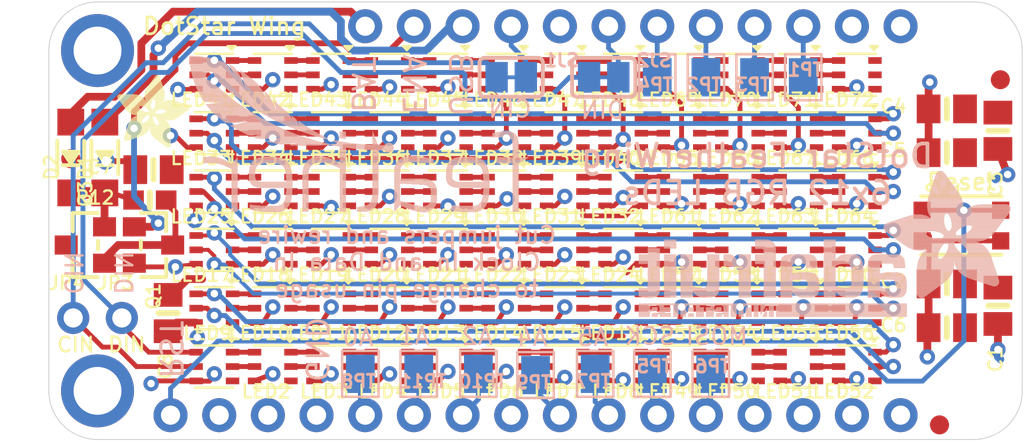
<source format=kicad_pcb>
(kicad_pcb (version 20211014) (generator pcbnew)
  (layers (0 "F.Cu" signal) (31 "B.Cu" signal) (34 "B.Paste" user) (35 "F.Paste" user) (36 "B.SilkS" user "B.Silkscreen") (37 "F.SilkS" user "F.Silkscreen") (38 "B.Mask" user) (39 "F.Mask" user) (44 "Edge.Cuts" user))
  (net 0 "")
  (net 1 "N$1")
  (net 2 "N$2")
  (net 3 "N$3")
  (net 4 "N$4")
  (net 5 "N$5")
  (net 6 "N$6")
  (net 7 "N$7")
  (net 8 "N$8")
  (net 9 "N$9")
  (net 10 "N$10")
  (net 11 "N$11")
  (net 12 "N$12")
  (net 13 "N$13")
  (net 14 "N$14")
  (net 15 "GND")
  (net 16 "N$15")
  (net 17 "N$16")
  (net 18 "N$17")
  (net 19 "N$18")
  (net 20 "N$19")
  (net 21 "N$20")
  (net 22 "N$21")
  (net 23 "N$22")
  (net 24 "N$23")
  (net 25 "N$24")
  (net 26 "N$25")
  (net 27 "N$26")
  (net 28 "N$27")
  (net 29 "N$28")
  (net 30 "N$29")
  (net 31 "N$30")
  (net 32 "N$31")
  (net 33 "N$32")
  (net 34 "N$33")
  (net 35 "N$34")
  (net 36 "N$35")
  (net 37 "N$36")
  (net 38 "N$37")
  (net 39 "N$38")
  (net 40 "N$39")
  (net 41 "N$40")
  (net 42 "N$41")
  (net 43 "N$42")
  (net 44 "N$43")
  (net 45 "N$44")
  (net 46 "N$45")
  (net 47 "N$46")
  (net 48 "N$47")
  (net 49 "N$48")
  (net 50 "N$49")
  (net 51 "N$50")
  (net 52 "N$51")
  (net 53 "N$52")
  (net 54 "N$53")
  (net 55 "N$54")
  (net 56 "N$55")
  (net 57 "N$56")
  (net 58 "N$57")
  (net 59 "N$58")
  (net 60 "N$59")
  (net 61 "N$60")
  (net 62 "N$61")
  (net 63 "N$62")
  (net 64 "N$63")
  (net 65 "N$64")
  (net 66 "N$65")
  (net 67 "N$66")
  (net 68 "N$67")
  (net 69 "N$68")
  (net 70 "N$69")
  (net 71 "N$70")
  (net 72 "N$71")
  (net 73 "N$72")
  (net 74 "N$73")
  (net 75 "N$74")
  (net 76 "N$75")
  (net 77 "N$76")
  (net 78 "N$77")
  (net 79 "N$78")
  (net 80 "N$79")
  (net 81 "N$80")
  (net 82 "N$81")
  (net 83 "N$82")
  (net 84 "N$83")
  (net 85 "N$84")
  (net 86 "N$114")
  (net 87 "N$115")
  (net 88 "N$116")
  (net 89 "N$118")
  (net 90 "N$119")
  (net 91 "N$124")
  (net 92 "N$125")
  (net 93 "N$126")
  (net 94 "DIN")
  (net 95 "CIN")
  (net 96 "VDD")
  (net 97 "N$87")
  (net 98 "N$88")
  (net 99 "N$89")
  (net 100 "N$90")
  (net 101 "N$91")
  (net 102 "N$92")
  (net 103 "N$95")
  (net 104 "N$96")
  (net 105 "N$97")
  (net 106 "N$98")
  (net 107 "N$99")
  (net 108 "N$100")
  (net 109 "N$103")
  (net 110 "N$104")
  (net 111 "N$105")
  (net 112 "N$106")
  (net 113 "N$107")
  (net 114 "N$108")
  (net 115 "N$109")
  (net 116 "N$110")
  (net 117 "N$111")
  (net 118 "N$112")
  (net 119 "N$121")
  (net 120 "N$122")
  (net 121 "N$123")
  (net 122 "N$127")
  (net 123 "N$128")
  (net 124 "N$129")
  (net 125 "N$130")
  (net 126 "N$131")
  (net 127 "N$132")
  (net 128 "N$133")
  (net 129 "N$134")
  (net 130 "N$135")
  (net 131 "N$136")
  (net 132 "N$137")
  (net 133 "N$138")
  (net 134 "N$142")
  (net 135 "N$145")
  (net 136 "N$149")
  (net 137 "N$85")
  (net 138 "N$86")
  (net 139 "N$140")
  (net 140 "N$141")
  (net 141 "N$150")
  (net 142 "N$151")
  (net 143 "N$101")
  (net 144 "N$102")
  (net 145 "N$93")
  (net 146 "N$94")
  (net 147 "VBAT")
  (net 148 "N")
  (net 149 "L")
  (net 150 "VBUS")
  (net 151 "N$139")
  (net 152 "ENABLE")
  (net 153 "RESET")
  (net 154 "H")
  (net 155 "J")
  (net 156 "I")
  (net 157 "K")
  (net 158 "SCK")
  (net 159 "MOSI")
  (net 160 "~{ENABLE}")
  (net 161 "A5")
  (net 162 "A4")
  (net 163 "A2")
  (net 164 "A1")
  (net 165 "A0")
  (net 166 "3V")
  (net 167 "AREF")
  (net 168 "A3")
  (net 169 "MISO")
  (net 170 "RX")
  (net 171 "TX")
  (net 172 "G")
  (net 173 "SDA")
  (net 174 "SCL")
  (net 175 "M")
  (footprint "boardEagle:APA102_2020" (layer "F.Cu") (at 146.9771 103.4796 180)
    (fp_text reference "LED30")
    (fp_text value "")
  )
  (footprint "boardEagle:APA102_2020" (layer "F.Cu") (at 162.2171 97.3836 180)
    (fp_text reference "LED71")
    (fp_text value "")
  )
  (footprint "boardEagle:APA102_2020" (layer "F.Cu") (at 162.2171 106.5276 180)
    (fp_text reference "LED59")
    (fp_text value "")
  )
  (footprint "boardEagle:APA102_2020" (layer "F.Cu") (at 143.9291 97.3836 180)
    (fp_text reference "LED45")
    (fp_text value "")
  )
  (footprint "boardEagle:APA102_2020" (layer "F.Cu") (at 165.2651 100.4316 180)
    (fp_text reference "LED68")
    (fp_text value "")
  )
  (footprint "boardEagle:APA102_2020" (layer "F.Cu") (at 146.9771 100.4316 180)
    (fp_text reference "LED38")
    (fp_text value "")
  )
  (footprint "boardEagle:APA102_2020" (layer "F.Cu") (at 153.0731 112.6236 180)
    (fp_text reference "LED8")
    (fp_text value "")
  )
  (footprint "boardEagle:APA102_2020" (layer "F.Cu") (at 143.9291 100.4316 180)
    (fp_text reference "LED37")
    (fp_text value "")
  )
  (footprint "boardEagle:APA102_2020" (layer "F.Cu") (at 159.1691 97.3836 180)
    (fp_text reference "LED70")
    (fp_text value "")
  )
  (footprint "boardEagle:APA102_2020" (layer "F.Cu") (at 159.1691 103.4796 180)
    (fp_text reference "LED62")
    (fp_text value "")
  )
  (footprint "boardEagle:APA102_2020" (layer "F.Cu") (at 150.0251 103.4796 180)
    (fp_text reference "LED31")
    (fp_text value "")
  )
  (footprint "boardEagle:0805-NO" (layer "F.Cu") (at 169.9641 99.1616 180)
    (fp_text reference "C4")
    (fp_text value "10uF")
  )
  (footprint "boardEagle:APA102_2020" (layer "F.Cu") (at 131.7371 103.4796 180)
    (fp_text reference "LED25")
    (fp_text value "")
  )
  (footprint "boardEagle:APA102_2020" (layer "F.Cu") (at 162.2171 103.4796 180)
    (fp_text reference "LED63")
    (fp_text value "")
  )
  (footprint "boardEagle:APA102_2020" (layer "F.Cu") (at 150.0251 112.6236 180)
    (fp_text reference "LED7")
    (fp_text value "")
  )
  (footprint "boardEagle:0805-NO" (layer "F.Cu") (at 128.5621 102.3366 180)
    (fp_text reference "C7")
    (fp_text value "10uF")
  )
  (footprint "boardEagle:0805-NO" (layer "F.Cu") (at 169.9641 108.3056 180)
    (fp_text reference "C2")
    (fp_text value "10uF")
  )
  (footprint "boardEagle:APA102_2020" (layer "F.Cu") (at 156.1211 106.5276 180)
    (fp_text reference "LED57")
    (fp_text value "")
  )
  (footprint "boardEagle:APA102_2020" (layer "F.Cu") (at 131.7371 112.6236 180)
    (fp_text reference "LED1" hide)
    (fp_text value "")
  )
  (footprint "boardEagle:APA102_2020" (layer "F.Cu") (at 162.2171 100.4316 180)
    (fp_text reference "LED67")
    (fp_text value "")
  )
  (footprint "boardEagle:APA102_2020" (layer "F.Cu") (at 153.0731 109.5756 180)
    (fp_text reference "LED16")
    (fp_text value "")
  )
  (footprint "boardEagle:APA102_2020" (layer "F.Cu") (at 165.2651 109.5756 180)
    (fp_text reference "LED56")
    (fp_text value "")
  )
  (footprint "boardEagle:APA102_2020" (layer "F.Cu") (at 140.8811 112.6236 180)
    (fp_text reference "LED4")
    (fp_text value "")
  )
  (footprint "boardEagle:APA102_2020" (layer "F.Cu") (at 140.8811 103.4796 180)
    (fp_text reference "LED28")
    (fp_text value "")
  )
  (footprint "boardEagle:FIDUCIAL_1MM" (layer "F.Cu") (at 169.5831 115.6716)
    (fp_text reference "FID1" hide)
    (fp_text value "FIDUCIAL_1MM" hide)
  )
  (footprint "boardEagle:APA102_2020" (layer "F.Cu") (at 137.8331 100.4316 180)
    (fp_text reference "LED35")
    (fp_text value "")
  )
  (footprint "boardEagle:APA102_2020" (layer "F.Cu") (at 143.9291 112.6236 180)
    (fp_text reference "LED5")
    (fp_text value "")
  )
  (footprint "boardEagle:APA102_2020" (layer "F.Cu") (at 146.9771 109.5756 180)
    (fp_text reference "LED14")
    (fp_text value "")
  )
  (footprint "boardEagle:SOD-123" (layer "F.Cu") (at 126.0221 101.7016 90)
    (fp_text reference "D1")
    (fp_text value "MBR120")
  )
  (footprint "boardEagle:APA102_2020" (layer "F.Cu") (at 150.0251 97.3836 180)
    (fp_text reference "LED47")
    (fp_text value "")
  )
  (footprint "boardEagle:APA102_2020" (layer "F.Cu") (at 146.9771 106.5276 180)
    (fp_text reference "LED22")
    (fp_text value "")
  )
  (footprint "boardEagle:APA102_2020" (layer "F.Cu") (at 150.0251 106.5276 180)
    (fp_text reference "LED23")
    (fp_text value "")
  )
  (footprint "boardEagle:BTN_KMR2_4.6X2.8" (layer "F.Cu") (at 170.7261 105.2576)
    (fp_text reference "SW1")
    (fp_text value "KMR2")
  )
  (footprint "boardEagle:0805-NO" (layer "F.Cu") (at 169.9641 101.4476 180)
    (fp_text reference "C5")
    (fp_text value "10uF")
  )
  (footprint "boardEagle:APA102_2020" (layer "F.Cu") (at 137.8331 106.5276 180)
    (fp_text reference "LED19")
    (fp_text value "")
  )
  (footprint "boardEagle:APA102_2020" (layer "F.Cu") (at 134.7851 106.5276 180)
    (fp_text reference "LED18")
    (fp_text value "")
  )
  (footprint "boardEagle:APA102_2020" (layer "F.Cu") (at 146.9771 97.3836 180)
    (fp_text reference "LED46")
    (fp_text value "")
  )
  (footprint "boardEagle:0805-NO" (layer "F.Cu") (at 169.9641 110.5916 180)
    (fp_text reference "C6")
    (fp_text value "10uF")
  )
  (footprint "boardEagle:APA102_2020" (layer "F.Cu") (at 153.0731 103.4796 180)
    (fp_text reference "LED32")
    (fp_text value "")
  )
  (footprint "boardEagle:APA102_2020" (layer "F.Cu") (at 143.9291 103.4796 180)
    (fp_text reference "LED29")
    (fp_text value "")
  )
  (footprint "boardEagle:0603-NO" (layer "F.Cu") (at 128.3716 103.9241 180)
    (fp_text reference "R12")
    (fp_text value "100k")
  )
  (footprint "boardEagle:APA102_2020" (layer "F.Cu") (at 162.2171 112.6236 180)
    (fp_text reference "LED51")
    (fp_text value "")
  )
  (footprint "boardEagle:APA102_2020" (layer "F.Cu") (at 131.7371 100.4316 180)
    (fp_text reference "LED33")
    (fp_text value "")
  )
  (footprint "boardEagle:APA102_2020" (layer "F.Cu") (at 156.1211 109.5756 180)
    (fp_text reference "LED53")
    (fp_text value "")
  )
  (footprint "boardEagle:APA102_2020" (layer "F.Cu") (at 153.0731 106.5276 180)
    (fp_text reference "LED24")
    (fp_text value "")
  )
  (footprint "boardEagle:APA102_2020" (layer "F.Cu") (at 137.8331 103.4796 180)
    (fp_text reference "LED27")
    (fp_text value "")
  )
  (footprint "boardEagle:1X01_ROUND" (layer "F.Cu") (at 124.3711 110.0836)
    (fp_text reference "JP4")
    (fp_text value "")
  )
  (footprint "boardEagle:APA102_2020" (layer "F.Cu") (at 137.8331 109.5756 180)
    (fp_text reference "LED11")
    (fp_text value "")
  )
  (footprint "boardEagle:APA102_2020" (layer "F.Cu") (at 134.7851 100.4316 180)
    (fp_text reference "LED34")
    (fp_text value "")
  )
  (footprint "boardEagle:FIDUCIAL_1MM" (layer "F.Cu") (at 172.7581 97.6376)
    (fp_text reference "FID3" hide)
    (fp_text value "FIDUCIAL_1MM" hide)
  )
  (footprint "boardEagle:APA102_2020" (layer "F.Cu") (at 140.8811 106.5276 180)
    (fp_text reference "LED20")
    (fp_text value "")
  )
  (footprint "boardEagle:APA102_2020" (layer "F.Cu") (at 165.2651 106.5276 180)
    (fp_text reference "LED60")
    (fp_text value "")
  )
  (footprint "boardEagle:APA102_2020" (layer "F.Cu") (at 140.8811 100.4316 180)
    (fp_text reference "LED36")
    (fp_text value "")
  )
  (footprint "boardEagle:SOT23-WIDE" (layer "F.Cu") (at 128.5621 106.2736 -90)
    (fp_text reference "Q1")
    (fp_text value "BSS138")
  )
  (footprint "boardEagle:APA102_2020" (layer "F.Cu") (at 137.8331 97.3836 180)
    (fp_text reference "LED43")
    (fp_text value "")
  )
  (footprint "boardEagle:APA102_2020" (layer "F.Cu") (at 156.1211 97.3836 180)
    (fp_text reference "LED69")
    (fp_text value "")
  )
  (footprint "boardEagle:APA102_2020" (layer "F.Cu") (at 146.9771 112.6236 180)
    (fp_text reference "LED6")
    (fp_text value "")
  )
  (footprint "boardEagle:APA102_2020" (layer "F.Cu") (at 165.2651 97.3836 180)
    (fp_text reference "LED72")
    (fp_text value "")
  )
  (footprint "boardEagle:0805-NO" (layer "F.Cu") (at 172.6311 109.4486 -90)
    (fp_text reference "C1")
    (fp_text value "10uF")
  )
  (footprint "boardEagle:APA102_2020" (layer "F.Cu") (at 156.1211 100.4316 180)
    (fp_text reference "LED65")
    (fp_text value "")
  )
  (footprint "boardEagle:0805-NO" (layer "F.Cu") (at 129.3241 109.8296 -90)
    (fp_text reference "C8")
    (fp_text value "10uF")
  )
  (footprint "boardEagle:APA102_2020" (layer "F.Cu") (at 159.1691 106.5276 180)
    (fp_text reference "LED58")
    (fp_text value "")
  )
  (footprint "boardEagle:APA102_2020" (layer "F.Cu") (at 150.0251 109.5756 180)
    (fp_text reference "LED15")
    (fp_text value "")
  )
  (footprint "boardEagle:APA102_2020" (layer "F.Cu") (at 131.7371 97.3836 180)
    (fp_text reference "LED41")
    (fp_text value "")
  )
  (footprint "boardEagle:APA102_2020" (layer "F.Cu") (at 150.0251 100.4316 180)
    (fp_text reference "LED39")
    (fp_text value "")
  )
  (footprint "boardEagle:APA102_2020" (layer "F.Cu") (at 137.8331 112.6236 180)
    (fp_text reference "LED3")
    (fp_text value "")
  )
  (footprint "boardEagle:APA102_2020" (layer "F.Cu") (at 140.8811 109.5756 180)
    (fp_text reference "LED12")
    (fp_text value "")
  )
  (footprint "boardEagle:APA102_2020" (layer "F.Cu") (at 131.7371 109.5756 180)
    (fp_text reference "LED9")
    (fp_text value "")
  )
  (footprint "boardEagle:0805-NO" (layer "F.Cu") (at 172.6311 100.3046 -90)
    (fp_text reference "C3")
    (fp_text value "10uF")
  )
  (footprint "boardEagle:APA102_2020" (layer "F.Cu") (at 159.1691 109.5756 180)
    (fp_text reference "LED54")
    (fp_text value "")
  )
  (footprint "boardEagle:APA102_2020" (layer "F.Cu") (at 143.9291 109.5756 180)
    (fp_text reference "LED13")
    (fp_text value "")
  )
  (footprint "boardEagle:APA102_2020" (layer "F.Cu") (at 134.7851 97.3836 180)
    (fp_text reference "LED42")
    (fp_text value "")
  )
  (footprint "boardEagle:APA102_2020" (layer "F.Cu") (at 165.2651 112.6236 180)
    (fp_text reference "LED52")
    (fp_text value "")
  )
  (footprint "boardEagle:APA102_2020" (layer "F.Cu") (at 143.9291 106.5276 180)
    (fp_text reference "LED21")
    (fp_text value "")
  )
  (footprint "boardEagle:FIDUCIAL_1MM" (layer "F.Cu") (at 124.2441 101.7651)
    (fp_text reference "FID2" hide)
    (fp_text value "FIDUCIAL_1MM" hide)
  )
  (footprint "boardEagle:APA102_2020" (layer "F.Cu") (at 156.1211 103.4796 180)
    (fp_text reference "LED61")
    (fp_text value "")
  )
  (footprint "boardEagle:APA102_2020" (layer "F.Cu") (at 156.1211 112.6236 180)
    (fp_text reference "LED49")
    (fp_text value "")
  )
  (footprint "boardEagle:APA102_2020" (layer "F.Cu") (at 153.0731 100.4316 180)
    (fp_text reference "LED40")
    (fp_text value "")
  )
  (footprint "boardEagle:APA102_2020" (layer "F.Cu") (at 134.7851 109.5756 180)
    (fp_text reference "LED10")
    (fp_text value "")
  )
  (footprint "boardEagle:APA102_2020" (layer "F.Cu") (at 159.1691 112.6236 180)
    (fp_text reference "LED50")
    (fp_text value "")
  )
  (footprint "boardEagle:SOD-123" (layer "F.Cu") (at 124.2441 101.7016 90)
    (fp_text reference "D2")
    (fp_text value "MBR120")
  )
  (footprint "boardEagle:1X01_ROUND" (layer "F.Cu") (at 126.9111 110.0836)
    (fp_text reference "JP3")
    (fp_text value "")
  )
  (footprint "boardEagle:APA102_2020" (layer "F.Cu") (at 134.7851 103.4796 180)
    (fp_text reference "LED26")
    (fp_text value "")
  )
  (footprint "boardEagle:APA102_2020" (layer "F.Cu") (at 159.1691 100.4316 180)
    (fp_text reference "LED66")
    (fp_text value "")
  )
  (footprint "boardEagle:APA102_2020" (layer "F.Cu") (at 131.7371 106.5276 180)
    (fp_text reference "LED17")
    (fp_text value "")
  )
  (footprint "boardEagle:ADAFRUIT_3.5MM" (layer "F.Cu") (at 126.6571 101.1936)
    (fp_text reference "U$9" hide)
    (fp_text value "" hide)
  )
  (footprint "boardEagle:FEATHERWING" (layer "F.Cu") (at 123.1011 116.4336)
    (fp_text reference "MS1" hide)
    (fp_text value "FEATHERWING" hide)
    (fp_line (start 2.54 0) (end 48.26 0) (layer "Edge.Cuts") (width 0.05))
    (fp_line (start 50.8 -2.54) (end 50.8 -20.32) (layer "Edge.Cuts") (width 0.05))
    (fp_line (start 0 -20.32) (end 0 -2.54) (layer "Edge.Cuts") (width 0.05))
    (fp_line (start 48.26 -22.86) (end 2.54 -22.86) (layer "Edge.Cuts") (width 0.05))
    (fp_arc (start 2.54 0) (mid 0.743949 -0.743949) (end 0 -2.54) (layer "Edge.Cuts") (width 0.05))
    (fp_arc (start 48.26 -22.86) (mid 50.056051 -22.116051) (end 50.8 -20.32) (layer "Edge.Cuts") (width 0.05))
    (fp_arc (start 50.8 -2.54) (mid 50.056051 -0.743949) (end 48.26 0) (layer "Edge.Cuts") (width 0.05))
    (fp_arc (start 0 -20.32) (mid 0.743949 -22.116051) (end 2.54 -22.86) (layer "Edge.Cuts") (width 0.05))
  )
  (footprint "boardEagle:SOT23-WIDE" (layer "F.Cu") (at 125.0061 106.2736 90)
    (fp_text reference "Q3")
    (fp_text value "DMG3415U-7")
  )
  (footprint "boardEagle:APA102_2020" (layer "F.Cu") (at 134.7851 112.6236 180)
    (fp_text reference "LED2")
    (fp_text value "")
  )
  (footprint "boardEagle:APA102_2020" (layer "F.Cu") (at 153.0731 97.3836 180)
    (fp_text reference "LED48")
    (fp_text value "")
  )
  (footprint "boardEagle:APA102_2020" (layer "F.Cu") (at 165.2651 103.4796 180)
    (fp_text reference "LED64")
    (fp_text value "")
  )
  (footprint "boardEagle:APA102_2020" (layer "F.Cu") (at 162.4711 109.5756 180)
    (fp_text reference "LED55")
    (fp_text value "")
  )
  (footprint "boardEagle:APA102_2020" (layer "F.Cu") (at 140.8811 97.3836 180)
    (fp_text reference "LED44")
    (fp_text value "")
  )
  (footprint "boardEagle:PAD-1.5X2.0" (layer "B.Cu") (at 162.4711 97.5106)
    (fp_text reference "TP1")
    (fp_text value "")
  )
  (footprint "boardEagle:SOLDERJUMPER_CLOSEDWIRE" (layer "B.Cu") (at 152.0571 97.5106 180)
    (fp_text reference "SJ2")
    (fp_text value "")
  )
  (footprint "boardEagle:PAD-1.5X2.0" (layer "B.Cu") (at 154.8511 97.5106 180)
    (fp_text reference "TP4")
    (fp_text value "")
  )
  (footprint "boardEagle:PAD-1.5X2.0" (layer "B.Cu") (at 159.9311 97.5106 180)
    (fp_text reference "TP3")
    (fp_text value "")
  )
  (footprint "boardEagle:PAD-1.5X2.0" (layer "B.Cu") (at 154.5971 113.0046)
    (fp_text reference "TP5")
    (fp_text value "")
  )
  (footprint "boardEagle:PAD-1.5X2.0" (layer "B.Cu") (at 142.4051 113.0046 180)
    (fp_text reference "TP11")
    (fp_text value "")
  )
  (footprint "boardEagle:FEATHERLOGO_MED" (layer "B.Cu") (at 148.2471 104.6226 180)
    (fp_text reference "U$8" hide)
    (fp_text value "" hide)
  )
  (footprint "boardEagle:PAD-1.5X2.0" (layer "B.Cu") (at 139.3571 113.0046 180)
    (fp_text reference "TP8")
    (fp_text value "")
  )
  (footprint "boardEagle:PAD-1.5X2.0" (layer "B.Cu") (at 145.5166 113.0046 180)
    (fp_text reference "TP10")
    (fp_text value "")
  )
  (footprint "boardEagle:PAD-1.5X2.0" (layer "B.Cu") (at 157.3911 97.5106 180)
    (fp_text reference "TP2")
    (fp_text value "")
  )
  (footprint "boardEagle:PAD-1.5X2.0" (layer "B.Cu") (at 151.6126 113.0046 180)
    (fp_text reference "TP7")
    (fp_text value "")
  )
  (footprint "boardEagle:PAD-1.5X2.0" (layer "B.Cu") (at 148.5011 113.0681 180)
    (fp_text reference "TP9")
    (fp_text value "")
  )
  (footprint "boardEagle:ADAFRUIT_TEXT_20MM" (layer "B.Cu") (at 173.4566 110.0201 180)
    (fp_text reference "U$1" hide)
    (fp_text value "" hide)
  )
  (footprint "boardEagle:SOLDERJUMPER_CLOSEDWIRE" (layer "B.Cu") (at 147.2311 97.5106 180)
    (fp_text reference "SJ1")
    (fp_text value "")
  )
  (footprint "boardEagle:PAD-1.5X2.0" (layer "B.Cu") (at 157.6451 113.0046)
    (fp_text reference "TP6")
    (fp_text value "")
  )
  (gr_text "CIN" (at 124.3711 107.7341 -90) (layer "B.SilkS") (effects (font (size 0.89408 0.89408) (thickness 0.12192)) (justify mirror)))
  (gr_text "A2" (at 145.4531 111.0361) (layer "B.SilkS") (effects (font (size 0.89408 0.89408) (thickness 0.12192)) (justify mirror)))
  (gr_text "DotStar FeatherWing\n6x12 RGB LEDs" (at 160.0581 102.5906) (layer "B.SilkS") (effects (font (size 1.20142 1.20142) (thickness 0.19558)) (justify mirror)))
  (gr_text "BAT" (at 139.4841 97.8916 -90) (layer "B.SilkS") (effects (font (size 1.1176 1.1176) (thickness 0.1524)) (justify mirror)))
  (gr_text "Cut jumpers and rewire\nClock In and Data In\nto change pin usage" (at 141.7701 107.1626) (layer "B.SilkS") (effects (font (size 0.87376 0.87376) (thickness 0.14224)) (justify mirror)))
  (gr_text "A1" (at 142.1511 111.0361) (layer "B.SilkS") (effects (font (size 0.89408 0.89408) (thickness 0.12192)) (justify mirror)))
  (gr_text "DIN" (at 151.9936 99.2251) (layer "B.SilkS") (effects (font (size 0.89408 0.89408) (thickness 0.12192)) (justify mirror)))
  (gr_text "MOSI" (at 157.9626 111.0361) (layer "B.SilkS") (effects (font (size 0.89408 0.89408) (thickness 0.12192)) (justify mirror)))
  (gr_text "GND" (at 137.0711 111.7346 -90) (layer "B.SilkS") (effects (font (size 1.1176 1.1176) (thickness 0.1524)) (justify mirror)))
  (gr_text "ENA" (at 142.1511 97.8916 -90) (layer "B.SilkS") (effects (font (size 1.1176 1.1176) (thickness 0.1524)) (justify mirror)))
  (gr_text "RST" (at 129.4511 111.7346 -90) (layer "B.SilkS") (effects (font (size 1.1176 1.1176) (thickness 0.1524)) (justify mirror)))
  (gr_text "CIN" (at 147.1676 99.1616) (layer "B.SilkS") (effects (font (size 0.89408 0.89408) (thickness 0.12192)) (justify mirror)))
  (gr_text "USB" (at 144.5641 97.8916 -90) (layer "B.SilkS") (effects (font (size 1.1176 1.1176) (thickness 0.1524)) (justify mirror)))
  (gr_text "SCK" (at 154.4701 111.0361) (layer "B.SilkS") (effects (font (size 0.89408 0.89408) (thickness 0.12192)) (justify mirror)))
  (gr_text "A4" (at 148.3106 111.0996) (layer "B.SilkS") (effects (font (size 0.89408 0.89408) (thickness 0.12192)) (justify mirror)))
  (gr_text "A5" (at 151.4856 111.0996) (layer "B.SilkS") (effects (font (size 0.89408 0.89408) (thickness 0.12192)) (justify mirror)))
  (gr_text "DIN" (at 126.9746 107.7341 -90) (layer "B.SilkS") (effects (font (size 0.89408 0.89408) (thickness 0.12192)) (justify mirror)))
  (gr_text "A0" (at 139.2301 111.0996) (layer "B.SilkS") (effects (font (size 0.89408 0.89408) (thickness 0.12192)) (justify mirror)))
  (gr_text "CIN" (at 124.4981 111.4806) (layer "F.SilkS") (effects (font (size 0.76454 0.76454) (thickness 0.12446))))
  (gr_text "DIN" (at 127.1651 111.4806) (layer "F.SilkS") (effects (font (size 0.76454 0.76454) (thickness 0.12446))))
  (gr_text "Reset" (at 170.7261 102.9716) (layer "F.SilkS") (effects (font (size 0.87376 0.87376) (thickness 0.14224))))
  (gr_text "DotStar Wing" (at 127.9271 95.3516) (layer "F.SilkS") (effects (font (size 0.87376 0.87376) (thickness 0.14224)) (justify left bottom)))
  (segment (start 133.8351 111.8736) (end 132.6871 111.8736) (width 0.254) (layer "F.Cu") (net 1))
  (segment (start 133.8351 112.6236) (end 132.6871 112.6236) (width 0.254) (layer "F.Cu") (net 2))
  (segment (start 136.8831 111.8736) (end 135.7351 111.8736) (width 0.254) (layer "F.Cu") (net 3))
  (segment (start 136.8831 112.6236) (end 135.7351 112.6236) (width 0.254) (layer "F.Cu") (net 4))
  (segment (start 139.9311 111.8736) (end 138.7831 111.8736) (width 0.254) (layer "F.Cu") (net 5))
  (segment (start 139.9311 112.6236) (end 138.7831 112.6236) (width 0.254) (layer "F.Cu") (net 6))
  (segment (start 142.9791 111.8736) (end 141.8311 111.8736) (width 0.254) (layer "F.Cu") (net 7))
  (segment (start 142.9791 112.6236) (end 141.8311 112.6236) (width 0.254) (layer "F.Cu") (net 8))
  (segment (start 146.0271 111.8736) (end 144.8791 111.8736) (width 0.254) (layer "F.Cu") (net 9))
  (segment (start 146.0271 112.6236) (end 144.8791 112.6236) (width 0.254) (layer "F.Cu") (net 10))
  (segment (start 149.0751 111.8736) (end 147.9271 111.8736) (width 0.254) (layer "F.Cu") (net 11))
  (segment (start 149.0751 112.6236) (end 147.9271 112.6236) (width 0.254) (layer "F.Cu") (net 12))
  (segment (start 152.1231 111.8736) (end 150.9751 111.8736) (width 0.254) (layer "F.Cu") (net 13))
  (segment (start 152.1231 112.6236) (end 150.9751 112.6236) (width 0.254) (layer "F.Cu") (net 14))
  (segment (start 134.7851 103.7336) (end 134.2891 104.2296) (width 0.254) (layer "F.Cu") (net 15))
  (segment (start 134.7851 113.0046) (end 134.4796 113.1196) (width 0.254) (layer "F.Cu") (net 15))
  (segment (start 169.0571 105.8086) (end 169.0141 108.3056) (width 0.254) (layer "F.Cu") (net 15))
  (segment (start 143.9291 109.5121) (end 143.4331 110.3256) (width 0.254) (layer "F.Cu") (net 15))
  (segment (start 158.5221 98.1336) (end 159.1691 98.7806) (width 0.254) (layer "F.Cu") (net 15))
  (segment (start 146.9771 106.7816) (end 146.4811 107.2776) (width 0.254) (layer "F.Cu") (net 15))
  (segment (start 169.0141 101.4476) (end 169.0141 99.1616) (width 0.4064) (layer "F.Cu") (net 15))
  (segment (start 149.5291 98.1336) (end 150.0251 98.6296) (width 0.254) (layer "F.Cu") (net 15))
  (segment (start 155.1711 110.3256) (end 156.0061 110.3256) (width 0.254) (layer "F.Cu") (net 15))
  (segment (start 130.7751 113.3856) (end 131.4831 113.3856) (width 0.254) (layer "F.Cu") (net 15))
  (segment (start 137.3371 107.2776) (end 136.8831 107.2776) (width 0.254) (layer "F.Cu") (net 15))
  (segment (start 172.6311 110.3986) (end 172.6311 111.7346) (width 0.4064) (layer "F.Cu") (net 15))
  (segment (start 134.2891 110.3256) (end 133.8351 110.3256) (width 0.254) (layer "F.Cu") (net 15))
  (segment (start 168.6761 106.0576) (end 169.0571 105.8086) (width 0.254) (layer "F.Cu") (net 15))
  (segment (start 127.1676 101.8921) (end 126.0856 101.8921) (width 0.3048) (layer "F.Cu") (net 15))
  (segment (start 130.7751 107.2896) (end 129.7051 107.4166) (width 0.254) (layer "F.Cu") (net 15))
  (segment (start 161.2671 113.3736) (end 162.1021 113.3736) (width 0.254) (layer "F.Cu") (net 15))
  (segment (start 140.8811 103.7336) (end 140.3851 104.2296) (width 0.254) (layer "F.Cu") (net 15))
  (segment (start 146.4811 107.2776) (end 146.0271 107.2776) (width 0.254) (layer "F.Cu") (net 15))
  (segment (start 130.7751 101.1936) (end 130.3401 101.1936) (width 0.254) (layer "F.Cu") (net 15))
  (segment (start 161.2671 101.1816) (end 162.1021 101.1816) (width 0.254) (layer "F.Cu") (net 15))
  (segment (start 140.8811 98.0186) (end 140.3851 98.1336) (width 0.254) (layer "F.Cu") (net 15))
  (segment (start 156.1211 98.9076) (end 156.1211 101.0666) (width 0.254) (layer "F.Cu") (net 15))
  (segment (start 158.2191 113.3736) (end 159.0541 113.3736) (width 0.254) (layer "F.Cu") (net 15))
  (segment (start 152.5771 101.1816) (end 152.1231 101.1816) (width 0.254) (layer "F.Cu") (net 15))
  (segment (start 127.6121 102.3366) (end 127.6121 101.9531) (width 0.3048) (layer "F.Cu") (net 15))
  (segment (start 140.8811 109.5121) (end 140.3851 110.3256) (width 0.254) (layer "F.Cu") (net 15))
  (segment (start 165.1501 110.3256) (end 165.2651 109.5121) (width 0.254) (layer "F.Cu") (net 15))
  (segment (start 158.2191 110.3256) (end 159.0541 110.3256) (width 0.254) (layer "F.Cu") (net 15))
  (segment (start 131.4831 113.3856) (end 131.7371 113.0046) (width 0.254) (layer "F.Cu") (net 15))
  (segment (start 169.0141 99.1616) (end 169.0141 98.0186) (width 0.4064) (layer "F.Cu") (net 15))
  (segment (start 137.8331 100.6856) (end 137.3371 101.1816) (width 0.254) (layer "F.Cu") (net 15))
  (segment (start 146.9771 100.6856) (end 146.4811 101.1816) (width 0.254) (layer "F.Cu") (net 15))
  (segment (start 156.0061 104.2296) (end 156.1211 104.1146) (width 0.254) (layer "F.Cu") (net 15))
  (segment (start 137.8331 113.0046) (end 137.3371 113.3736) (width 0.254) (layer "F.Cu") (net 15))
  (segment (start 137.3371 110.3256) (end 136.8831 110.3256) (width 0.254) (layer "F.Cu") (net 15))
  (segment (start 149.5291 110.3256) (end 149.0751 110.3256) (width 0.254) (layer "F.Cu") (net 15))
  (segment (start 143.9291 106.7816) (end 143.4331 107.2776) (width 0.254) (layer "F.Cu") (net 15))
  (segment (start 140.8811 106.7816) (end 140.3851 107.2776) (width 0.254) (layer "F.Cu") (net 15))
  (segment (start 140.3851 101.1816) (end 139.9311 101.1816) (width 0.254) (layer "F.Cu") (net 15))
  (segment (start 161.2671 107.2776) (end 162.1021 107.2776) (width 0.254) (layer "F.Cu") (net 15))
  (segment (start 134.4796 113.1196) (end 133.8351 113.3736) (width 0.254) (layer "F.Cu") (net 15))
  (segment (start 152.2991 98.1336) (end 153.0731 98.9076) (width 0.254) (layer "F.Cu") (net 15))
  (segment (start 149.5291 107.2776) (end 149.0751 107.2776) (width 0.254) (layer "F.Cu") (net 15))
  (segment (start 146.4811 110.3256) (end 146.0271 110.3256) (width 0.254) (layer "F.Cu") (net 15))
  (segment (start 134.7851 100.6856) (end 134.2891 101.1816) (width 0.254) (layer "F.Cu") (net 15))
  (segment (start 146.4811 113.3736) (end 146.0271 113.3736) (width 0.254) (layer "F.Cu") (net 15))
  (segment (start 158.2191 107.2776) (end 159.0541 107.2776) (width 0.254) (layer "F.Cu") (net 15))
  (segment (start 146.9771 109.5121) (end 146.4811 110.3256) (width 0.254) (layer "F.Cu") (net 15))
  (segment (start 150.0251 106.7816) (end 149.5291 107.2776) (width 0.254) (layer "F.Cu") (net 15))
  (segment (start 152.5771 107.2776) (end 152.1231 107.2776) (width 0.254) (layer "F.Cu") (net 15))
  (segment (start 127.6281 107.4166) (end 129.7051 107.4166) (width 0.254) (layer "F.Cu") (net 15))
  (segment (start 153.0731 100.7491) (end 152.5771 101.1816) (width 0.254) (layer "F.Cu") (net 15))
  (segment (start 140.8811 100.6856) (end 140.3851 101.1816) (width 0.254) (layer "F.Cu") (net 15))
  (segment (start 143.4331 107.2776) (end 142.9791 107.2776) (width 0.254) (layer "F.Cu") (net 15))
  (segment (start 130.7751 98.1456) (end 129.8321 98.1456) (width 0.254) (layer "F.Cu") (net 15))
  (segment (start 150.0251 113.1951) (end 149.7831 113.3736) (width 0.254) (layer "F.Cu") (net 15))
  (segment (start 134.7851 97.6376) (end 134.2891 98.1336) (width 0.254) (layer "F.Cu") (net 15))
  (segment (start 169.0141 98.0186) (end 169.0751 97.7646) (width 0.4064) (layer "F.Cu") (net 15))
  (segment (start 149.7831 113.3736) (end 149.0751 113.3736) (width 0.254) (layer "F.Cu") (net 15))
  (segment (start 150.0251 100.6856) (end 149.5291 101.1816) (width 0.254) (layer "F.Cu") (net 15))
  (segment (start 137.8331 106.7816) (end 137.3371 107.2776) (width 0.254) (layer "F.Cu") (net 15))
  (segment (start 152.1231 98.1336) (end 152.2991 98.1336) (width 0.254) (layer "F.Cu") (net 15))
  (segment (start 164.3151 98.1336) (end 165.1501 98.1336) (width 0.254) (layer "F.Cu") (net 15))
  (segment (start 134.2891 98.1336) (end 133.8351 98.1336) (width 0.254) (layer "F.Cu") (net 15))
  (segment (start 130.7871 104.2296) (end 130.7751 104.2416) (width 0.254) (layer "F.Cu") (net 15))
  (segment (start 155.1711 98.1336) (end 155.3471 98.1336) (width 0.254) (layer "F.Cu") (net 15))
  (segment (start 140.3851 110.3256) (end 139.9311 110.3256) (width 0.254) (layer "F.Cu") (net 15))
  (segment (start 169.0141 108.3056) (end 169.0141 110.5916) (width 0.4064) (layer "F.Cu") (net 15))
  (segment (start 146.9771 112.8776) (end 146.4811 113.3736) (width 0.254) (layer "F.Cu") (net 15))
  (segment (start 149.5291 104.2296) (end 149.0751 104.2296) (width 0.254) (layer "F.Cu") (net 15))
  (segment (start 129.3241 110.7796) (end 129.7781 110.3256) (width 0.4064) (layer "F.Cu") (net 15))
  (segment (start 146.0271 98.1336) (end 146.0761 98.1336) (width 0.254) (layer "F.Cu") (net 15))
  (segment (start 164.3151 104.2296) (end 165.1501 104.2296) (width 0.254) (layer "F.Cu") (net 15))
  (segment (start 127.6121 102.3366) (end 127.1676 101.8921) (width 0.3048) (layer "F.Cu") (net 15))
  (segment (start 155.1711 104.2296) (end 156.0061 104.2296) (width 0.254) (layer "F.Cu") (net 15))
  (segment (start 137.3371 104.2296) (end 136.8831 104.2296) (width 0.254) (layer "F.Cu") (net 15))
  (segment (start 143.4331 98.1336) (end 142.9791 98.1336) (width 0.254) (layer "F.Cu") (net 15))
  (segment (start 162.1021 107.2776) (end 162.2171 107.1626) (width 0.254) (layer "F.Cu") (net 15))
  (segment (start 130.7871 113.3736) (end 128.5741 113.3736) (width 0.254) (layer "F.Cu") (net 15))
  (segment (start 159.0541 101.1816) (end 159.1691 101.0666) (width 0.254) (layer "F.Cu") (net 15))
  (segment (start 127.5621 107.2236) (end 127.6281 107.4166) (width 0.254) (layer "F.Cu") (net 15))
  (segment (start 169.0141 110.5916) (end 168.9481 110.6576) (width 0.4064) (layer "F.Cu") (net 15))
  (segment (start 130.3401 101.1936) (end 129.7051 100.5586) (width 0.254) (layer "F.Cu") (net 15))
  (segment (start 155.1711 101.1816) (end 156.0061 101.1816) (width 0.254) (layer "F.Cu") (net 15))
  (segment (start 162.2171 99.0836) (end 162.2171 101.0666) (width 0.254) (layer "F.Cu") (net 15))
  (segment (start 168.9481 110.6576) (end 168.9481 112.1156) (width 0.4064) (layer "F.Cu") (net 15))
  (segment (start 155.1711 107.2776) (end 156.0061 107.2776) (width 0.254) (layer "F.Cu") (net 15))
  (segment (start 161.5211 110.3256) (end 162.3561 110.3256) (width 0.254) (layer "F.Cu") (net 15))
  (segment (start 143.9291 112.8776) (end 143.4331 113.3736) (width 0.254) (layer "F.Cu") (net 15))
  (segment (start 159.1691 98.7806) (end 159.1691 101.0666) (width 0.254) (layer "F.Cu") (net 15))
  (segment (start 130.7751 104.2416) (end 130.7211 105.0036) (width 0.254) (layer "F.Cu") (net 15))
  (segment (start 129.7781 110.3256) (end 130.7871 110.3256) (width 0.4064) (layer "F.Cu") (net 15))
  (segment (start 164.3151 107.2776) (end 165.1501 107.2776) (width 0.254) (layer "F.Cu") (net 15))
  (segment (start 153.0731 103.7971) (end 152.5771 104.2296) (width 0.254) (layer "F.Cu") (net 15))
  (segment (start 130.7871 98.1336) (end 130.7751 98.1456) (width 0.254) (layer "F.Cu") (net 15))
  (segment (start 146.4811 101.1816) (end 146.0271 101.1816) (width 0.254) (layer "F.Cu") (net 15))
  (segment (start 134.7851 109.5121) (end 134.2891 110.3256) (width 0.254) (layer "F.Cu") (net 15))
  (segment (start 165.1501 104.2296) (end 165.2651 104.1146) (width 0.254) (layer "F.Cu") (net 15))
  (segment (start 162.3561 110.3256) (end 162.4711 109.5121) (width 0.254) (layer "F.Cu") (net 15))
  (segment (start 130.7871 110.3256) (end 130.7751 110.3376) (width 0.254) (layer "F.Cu") (net 15))
  (segment (start 149.5291 98.1336) (end 149.0751 98.1336) (width 0.254) (layer "F.Cu") (net 15))
  (segment (start 155.3471 98.1336) (end 156.1211 98.9076) (width 0.254) (layer "F.Cu") (net 15))
  (segment (start 161.2671 104.2296) (end 162.1021 104.2296) (width 0.254) (layer "F.Cu") (net 15))
  (segment (start 156.0061 107.2776) (end 156.1211 107.1626) (width 0.254) (layer "F.Cu") (net 15))
  (segment (start 137.8331 97.8916) (end 137.3371 98.1336) (width 0.254) (layer "F.Cu") (net 15))
  (segment (start 172.6311 101.2546) (end 173.1391 102.5906) (width 0.4064) (layer "F.Cu") (net 15))
  (segment (start 137.3371 113.3736) (end 136.8831 113.3736) (width 0.254) (layer "F.Cu") (net 15))
  (segment (start 137.3371 98.1336) (end 136.8831 98.1336) (width 0.254) (layer "F.Cu") (net 15))
  (segment (start 150.0251 109.5121) (end 149.5291 110.3256) (width 0.254) (layer "F.Cu") (net 15))
  (segment (start 150.0251 98.6296) (end 150.0251 100.6856) (width 0.254) (layer "F.Cu") (net 15))
  (segment (start 128.5741 113.3736) (end 128.4351 113.5126) (width 0.254) (layer "F.Cu") (net 15))
  (segment (start 165.1501 98.1336) (end 165.2651 98.0186) (width 0.254) (layer "F.Cu") (net 15))
  (segment (start 162.1021 104.2296) (end 162.2171 104.1146) (width 0.254) (layer "F.Cu") (net 15))
  (segment (start 159.0541 110.3256) (end 159.1691 109.5121) (width 0.254) (layer "F.Cu") (net 15))
  (segment (start 172.7761 106.0576) (end 168.6761 106.0576) (width 0.254) (layer "F.Cu") (net 15))
  (segment (start 159.0541 113.3736) (end 159.1691 113.2586) (width 0.254) (layer "F.Cu") (net 15))
  (segment (start 129.7051 100.5586) (end 129.4511 100.5586) (width 0.254) (layer "F.Cu") (net 15))
  (segment (start 165.1501 101.1816) (end 165.2651 101.0666) (width 0.254) (layer "F.Cu") (net 15))
  (segment (start 165.1501 113.3736) (end 165.2651 113.2586) (width 0.254) (layer "F.Cu") (net 15))
  (segment (start 158.2191 104.2296) (end 159.0541 104.2296) (width 0.254) (layer "F.Cu") (net 15))
  (segment (start 159.0541 104.2296) (end 159.1691 104.1146) (width 0.254) (layer "F.Cu") (net 15))
  (segment (start 134.2891 107.2776) (end 133.8351 107.2776) (width 0.254) (layer "F.Cu") (net 15))
  (segment (start 152.5771 110.3256) (end 153.0731 109.5121) (width 0.254) (layer "F.Cu") (net 15))
  (segment (start 153.0216 113.3736) (end 153.0731 113.3221) (width 0.254) (layer "F.Cu") (net 15))
  (segment (start 146.9771 99.0346) (end 146.9771 100.6856) (width 0.254) (layer "F.Cu") (net 15))
  (segment (start 139.9311 113.3736) (end 140.2581 113.3736) (width 0.3048) (layer "F.Cu") (net 15))
  (segment (start 162.1021 101.1816) (end 162.2171 101.0666) (width 0.254) (layer "F.Cu") (net 15))
  (segment (start 156.0061 113.3736) (end 156.1211 113.2586) (width 0.254) (layer "F.Cu") (net 15))
  (segment (start 162.1021 113.3736) (end 162.2171 113.2586) (width 0.254) (layer "F.Cu") (net 15))
  (segment (start 150.0251 103.7336) (end 149.5291 104.2296) (width 0.254) (layer "F.Cu") (net 15))
  (segment (start 137.8331 104.3178) (end 137.3371 104.2296) (width 0.254) (layer "F.Cu") (net 15))
  (segment (start 134.7851 106.7816) (end 134.2891 107.2776) (width 0.254) (layer "F.Cu") (net 15))
  (segment (start 164.3151 113.3736) (end 165.1501 113.3736) (width 0.254) (layer "F.Cu") (net 15))
  (segment (start 156.0061 101.1816) (end 156.1211 101.0666) (width 0.254) (layer "F.Cu") (net 15))
  (segment (start 149.5291 101.1816) (end 149.0751 101.1816) (width 0.254) (layer "F.Cu") (net 15))
  (segment (start 140.3851 107.2776) (end 139.9311 107.2776) (width 0.254) (layer "F.Cu") (net 15))
  (segment (start 146.4811 104.2296) (end 146.0271 104.2296) (width 0.254) (layer "F.Cu") (net 15))
  (segment (start 134.2891 104.2296) (end 133.8351 104.2296) (width 0.254) (layer "F.Cu") (net 15))
  (segment (start 165.1501 107.2776) (end 165.2651 107.1626) (width 0.254) (layer "F.Cu") (net 15))
  (segment (start 152.1231 113.3736) (end 153.0216 113.3736) (width 0.254) (layer "F.Cu") (net 15))
  (segment (start 152.1231 110.3256) (end 152.5771 110.3256) (width 0.254) (layer "F.Cu") (net 15))
  (segment (start 156.0061 110.3256) (end 156.1211 109.5121) (width 0.254) (layer "F.Cu") (net 15))
  (segment (start 140.3851 104.2296) (end 139.9311 104.2296) (width 0.254) (layer "F.Cu") (net 15))
  (segment (start 159.0541 107.2776) (end 159.1691 107.1626) (width 0.254) (layer "F.Cu") (net 15))
  (segment (start 161.2671 98.1336) (end 162.2171 99.0836) (width 0.254) (layer "F.Cu") (net 15))
  (segment (start 153.0731 106.9086) (end 152.5771 107.2776) (width 0.254) (layer "F.Cu") (net 15))
  (segment (start 130.7871 113.3736) (end 130.7751 113.3856) (width 0.254) (layer "F.Cu") (net 15))
  (segment (start 147.0152 103.8606) (end 146.4811 104.2296) (width 0.254) (layer "F.Cu") (net 15))
  (segment (start 143.4331 113.3736) (end 142.9791 113.3736) (width 0.254) (layer "F.Cu") (net 15))
  (segment (start 153.0731 98.9076) (end 153.0731 100.7491) (width 0.254) (layer "F.Cu") (net 15))
  (segment (start 164.3151 101.1816) (end 165.1501 101.1816) (width 0.254) (layer "F.Cu") (net 15))
  (segment (start 143.4331 101.1816) (end 142.9791 101.1816) (width 0.254) (layer "F.Cu") (net 15))
  (segment (start 134.2891 101.1816) (end 133.8351 101.1816) (width 0.254) (layer "F.Cu") (net 15))
  (segment (start 137.3371 101.1816) (end 136.8831 101.1816) (width 0.254) (layer "F.Cu") (net 15))
  (segment (start 137.8331 109.5121) (end 137.3371 110.3256) (width 0.254) (layer "F.Cu") (net 15))
  (segment (start 140.3851 98.1336) (end 139.9311 98.1336) (width 0.254) (layer "F.Cu") (net 15))
  (segment (start 130.7871 107.2776) (end 130.7751 107.2896) (width 0.254) (layer "F.Cu") (net 15))
  (segment (start 152.5771 104.2296) (end 152.1231 104.2296) (width 0.254) (layer "F.Cu") (net 15))
  (segment (start 143.9291 98.0186) (end 143.4331 98.1336) (width 0.254) (layer "F.Cu") (net 15))
  (segment (start 155.1711 113.3736) (end 156.0061 113.3736) (width 0.254) (layer "F.Cu") (net 15))
  (segment (start 143.4331 110.3256) (end 142.9791 110.3256) (width 0.254) (layer "F.Cu") (net 15))
  (segment (start 158.2191 101.1816) (end 159.0541 101.1816) (width 0.254) (layer "F.Cu") (net 15))
  (segment (start 143.9291 100.6856) (end 143.4331 101.1816) (width 0.254) (layer "F.Cu") (net 15))
  (segment (start 164.3151 110.3256) (end 165.1501 110.3256) (width 0.254) (layer "F.Cu") (net 15))
  (segment (start 130.7751 110.3376) (end 130.8481 111.0996) (width 0.254) (layer "F.Cu") (net 15))
  (segment (start 143.4331 104.2296) (end 142.9791 104.2296) (width 0.254) (layer "F.Cu") (net 15))
  (segment (start 146.0761 98.1336) (end 146.9771 99.0346) (width 0.254) (layer "F.Cu") (net 15))
  (segment (start 143.9291 104.2416) (end 143.4331 104.2296) (width 0.254) (layer "F.Cu") (net 15))
  (segment (start 140.8811 113.0046) (end 140.6271 113.0046) (width 0.254) (layer "F.Cu") (net 15))
  (segment (start 158.2191 98.1336) (end 158.5221 98.1336) (width 0.254) (layer "F.Cu") (net 15))
  (segment (start 130.7871 101.1816) (end 130.7751 101.1936) (width 0.254) (layer "F.Cu") (net 15))
  (segment (start 140.2581 113.3736) (end 140.6271 113.0046) (width 0.3048) (layer "F.Cu") (net 15))
  (via (at 162.2171 107.1626) (size 0.8001) (drill 0.3937) (layers "F.Cu" "B.Cu") (net 15))
  (via (at 130.7211 105.0036) (size 0.8001) (drill 0.3937) (layers "F.Cu" "B.Cu") (net 15))
  (via (at 129.8321 98.1456) (size 0.8001) (drill 0.3937) (layers "F.Cu" "B.Cu") (net 15))
  (via (at 165.2651 104.1146) (size 0.8001) (drill 0.3937) (layers "F.Cu" "B.Cu") (net 15))
  (via (at 130.8481 111.0996) (size 0.8001) (drill 0.3937) (layers "F.Cu" "B.Cu") (net 15))
  (via (at 134.7851 103.7336) (size 0.8001) (drill 0.3937) (layers "F.Cu" "B.Cu") (net 15))
  (via (at 143.9291 109.5121) (size 0.8001) (drill 0.3937) (layers "F.Cu" "B.Cu") (net 15))
  (via (at 140.8811 103.7336) (size 0.8001) (drill 0.3937) (layers "F.Cu" "B.Cu") (net 15))
  (via (at 126.0856 101.8921) (size 0.9064) (drill 0.5) (layers "F.Cu" "B.Cu") (net 15))
  (via (at 146.9771 100.6856) (size 0.8001) (drill 0.3937) (layers "F.Cu" "B.Cu") (net 15))
  (via (at 156.1211 101.0666) (size 0.8001) (drill 0.3937) (layers "F.Cu" "B.Cu") (net 15))
  (via (at 165.2651 107.1626) (size 0.8001) (drill 0.3937) (layers "F.Cu" "B.Cu") (net 15))
  (via (at 146.9771 106.7816) (size 0.8001) (drill 0.3937) (layers "F.Cu" "B.Cu") (net 15))
  (via (at 165.2651 101.0666) (size 0.8001) (drill 0.3937) (layers "F.Cu" "B.Cu") (net 15))
  (via (at 150.0251 100.6856) (size 0.8001) (drill 0.3937) (layers "F.Cu" "B.Cu") (net 15))
  (via (at 129.4511 100.5586) (size 0.8001) (drill 0.3937) (layers "F.Cu" "B.Cu") (net 15))
  (via (at 153.0731 113.3221) (size 0.8001) (drill 0.3937) (layers "F.Cu" "B.Cu") (net 15))
  (via (at 143.9291 112.8776) (size 0.8001) (drill 0.3937) (layers "F.Cu" "B.Cu") (net 15))
  (via (at 146.9771 109.5121) (size 0.8001) (drill 0.3937) (layers "F.Cu" "B.Cu") (net 15))
  (via (at 140.8811 100.6856) (size 0.8001) (drill 0.3937) (layers "F.Cu" "B.Cu") (net 15))
  (via (at 165.2651 113.2586) (size 0.8001) (drill 0.3937) (layers "F.Cu" "B.Cu") (net 15))
  (via (at 143.9291 106.7816) (size 0.8001) (drill 0.3937) (layers "F.Cu" "B.Cu") (net 15))
  (via (at 168.9481 112.1156) (size 0.8001) (drill 0.3937) (layers "F.Cu" "B.Cu") (net 15))
  (via (at 134.7851 97.6376) (size 0.8001) (drill 0.3937) (layers "F.Cu" "B.Cu") (net 15))
  (via (at 134.7851 113.0046) (size 0.8001) (drill 0.3937) (layers "F.Cu" "B.Cu") (net 15))
  (via (at 140.8811 98.0186) (size 0.8001) (drill 0.3937) (layers "F.Cu" "B.Cu") (net 15))
  (via (at 159.1691 109.5121) (size 0.8001) (drill 0.3937) (layers "F.Cu" "B.Cu") (net 15))
  (via (at 165.2651 98.0186) (size 0.8001) (drill 0.3937) (layers "F.Cu" "B.Cu") (net 15))
  (via (at 131.7371 113.0046) (size 0.8001) (drill 0.3937) (layers "F.Cu" "B.Cu") (net 15))
  (via (at 143.9291 100.6856) (size 0.8001) (drill 0.3937) (layers "F.Cu" "B.Cu") (net 15))
  (via (at 156.1211 104.1146) (size 0.8001) (drill 0.3937) (layers "F.Cu" "B.Cu") (net 15))
  (via (at 128.4351 113.5126) (size 0.8001) (drill 0.3937) (layers "F.Cu" "B.Cu") (net 15))
  (via (at 134.7851 100.6856) (size 0.8001) (drill 0.3937) (layers "F.Cu" "B.Cu") (net 15))
  (via (at 159.1691 101.0666) (size 0.8001) (drill 0.3937) (layers "F.Cu" "B.Cu") (net 15))
  (via (at 134.7851 109.5121) (size 0.8001) (drill 0.3937) (layers "F.Cu" "B.Cu") (net 15))
  (via (at 150.0251 106.7816) (size 0.8001) (drill 0.3937) (layers "F.Cu" "B.Cu") (net 15))
  (via (at 147.0152 103.8606) (size 0.8001) (drill 0.3937) (layers "F.Cu" "B.Cu") (net 15))
  (via (at 137.8331 104.3178) (size 0.8001) (drill 0.3937) (layers "F.Cu" "B.Cu") (net 15))
  (via (at 150.0251 103.7336) (size 0.8001) (drill 0.3937) (layers "F.Cu" "B.Cu") (net 15))
  (via (at 129.7051 107.4166) (size 0.8001) (drill 0.3937) (layers "F.Cu" "B.Cu") (net 15))
  (via (at 153.0731 100.7491) (size 0.8001) (drill 0.3937) (layers "F.Cu" "B.Cu") (net 15))
  (via (at 159.1691 104.1146) (size 0.8001) (drill 0.3937) (layers "F.Cu" "B.Cu") (net 15))
  (via (at 162.2171 104.1146) (size 0.8001) (drill 0.3937) (layers "F.Cu" "B.Cu") (net 15))
  (via (at 137.8331 106.7816) (size 0.8001) (drill 0.3937) (layers "F.Cu" "B.Cu") (net 15))
  (via (at 137.8331 100.6856) (size 0.8001) (drill 0.3937) (layers "F.Cu" "B.Cu") (net 15))
  (via (at 172.6311 111.7346) (size 0.8001) (drill 0.3937) (layers "F.Cu" "B.Cu") (net 15))
  (via (at 140.8811 109.5121) (size 0.8001) (drill 0.3937) (layers "F.Cu" "B.Cu") (net 15))
  (via (at 156.1211 109.5121) (size 0.8001) (drill 0.3937) (layers "F.Cu" "B.Cu") (net 15))
  (via (at 143.9291 104.2416) (size 0.8001) (drill 0.3937) (layers "F.Cu" "B.Cu") (net 15))
  (via (at 169.0751 97.7646) (size 0.8001) (drill 0.3937) (layers "F.Cu" "B.Cu") (net 15))
  (via (at 140.8811 106.7816) (size 0.8001) (drill 0.3937) (layers "F.Cu" "B.Cu") (net 15))
  (via (at 143.9291 98.0186) (size 0.8001) (drill 0.3937) (layers "F.Cu" "B.Cu") (net 15))
  (via (at 162.2171 101.0666) (size 0.8001) (drill 0.3937) (layers "F.Cu" "B.Cu") (net 15))
  (via (at 159.1691 113.2586) (size 0.8001) (drill 0.3937) (layers "F.Cu" "B.Cu") (net 15))
  (via (at 153.0731 106.9086) (size 0.8001) (drill 0.3937) (layers "F.Cu" "B.Cu") (net 15))
  (via (at 140.8811 113.0046) (size 0.8001) (drill 0.3937) (layers "F.Cu" "B.Cu") (net 15))
  (via (at 150.0251 109.5121) (size 0.8001) (drill 0.3937) (layers "F.Cu" "B.Cu") (net 15))
  (via (at 153.0731 109.5121) (size 0.8001) (drill 0.3937) (layers "F.Cu" "B.Cu") (net 15))
  (via (at 137.8331 109.5121) (size 0.8001) (drill 0.3937) (layers "F.Cu" "B.Cu") (net 15))
  (via (at 156.1211 107.1626) (size 0.8001) (drill 0.3937) (layers "F.Cu" "B.Cu") (net 15))
  (via (at 153.0731 103.7971) (size 0.8001) (drill 0.3937) (layers "F.Cu" "B.Cu") (net 15))
  (via (at 146.9771 112.8776) (size 0.8001) (drill 0.3937) (layers "F.Cu" "B.Cu") (net 15))
  (via (at 173.1391 102.5906) (size 0.8001) (drill 0.3937) (layers "F.Cu" "B.Cu") (net 15))
  (via (at 137.8331 113.0046) (size 0.8001) (drill 0.3937) (layers "F.Cu" "B.Cu") (net 15))
  (via (at 159.1691 107.1626) (size 0.8001) (drill 0.3937) (layers "F.Cu" "B.Cu") (net 15))
  (via (at 134.7851 106.7816) (size 0.8001) (drill 0.3937) (layers "F.Cu" "B.Cu") (net 15))
  (via (at 162.2171 113.2586) (size 0.8001) (drill 0.3937) (layers "F.Cu" "B.Cu") (net 15))
  (via (at 137.8331 97.8916) (size 0.8001) (drill 0.3937) (layers "F.Cu" "B.Cu") (net 15))
  (via (at 165.2651 109.5121) (size 0.8001) (drill 0.3937) (layers "F.Cu" "B.Cu") (net 15))
  (via (at 162.4711 109.5121) (size 0.8001) (drill 0.3937) (layers "F.Cu" "B.Cu") (net 15))
  (via (at 156.1211 113.2586) (size 0.8001) (drill 0.3937) (layers "F.Cu" "B.Cu") (net 15))
  (via (at 150.0251 113.1951) (size 0.8001) (drill 0.3937) (layers "F.Cu" "B.Cu") (net 15))
  (segment (start 162.2171 107.1626) (end 162.2171 107.4166) (width 0.254) (layer "B.Cu") (net 15))
  (segment (start 159.1691 104.1146) (end 159.1691 104.2416) (width 0.254) (layer "B.Cu") (net 15))
  (segment (start 172.6311 112.1156) (end 172.7581 112.2426) (width 0.4064) (layer "B.Cu") (net 15))
  (segment (start 130.7211 105.0036) (end 130.4671 105.0036) (width 0.254) (layer "B.Cu") (net 15))
  (segment (start 129.8321 98.1456) (end 129.7051 98.3996) (width 0.254) (layer "B.Cu") (net 15))
  (segment (start 165.2651 107.4166) (end 165.3921 107.5436) (width 0.254) (layer "B.Cu") (net 15))
  (segment (start 137.4521 113.3221) (end 137.8331 113.0046) (width 0.254) (layer "B.Cu") (net 15))
  (segment (start 156.1211 104.1146) (end 156.1211 104.2416) (width 0.254) (layer "B.Cu") (net 15))
  (segment (start 165.2651 109.5121) (end 165.3921 109.7026) (width 0.254) (layer "B.Cu") (net 15))
  (segment (start 165.2651 101.0666) (end 165.2651 101.1936) (width 0.254) (layer "B.Cu") (net 15))
  (segment (start 162.2171 101.0666) (end 162.2171 101.3206) (width 0.254) (layer "B.Cu") (net 15))
  (segment (start 162.2171 104.1146) (end 162.2171 104.2416) (width 0.254) (layer "B.Cu") (net 15))
  (segment (start 173.1391 102.5906) (end 172.8851 102.5906) (width 0.4064) (layer "B.Cu") (net 15))
  (segment (start 129.7051 107.4166) (end 129.5781 107.2896) (width 0.254) (layer "B.Cu") (net 15))
  (segment (start 172.6311 111.7346) (end 172.6311 112.1156) (width 0.4064) (layer "B.Cu") (net 15))
  (segment (start 156.1211 113.2586) (end 156.1211 113.3856) (width 0.254) (layer "B.Cu") (net 15))
  (segment (start 159.1691 113.2586) (end 159.1691 113.3856) (width 0.254) (layer "B.Cu") (net 15))
  (segment (start 162.2171 113.2586) (end 162.2171 113.3856) (width 0.254) (layer "B.Cu") (net 15))
  (segment (start 168.9481 112.1156) (end 169.0751 112.2426) (width 0.4064) (layer "B.Cu") (net 15))
  (segment (start 159.1691 101.0666) (end 159.1691 101.3206) (width 0.254) (layer "B.Cu") (net 15))
  (segment (start 125.8316 101.6381) (end 125.8316 101.5111) (width 0.3048) (layer "B.Cu") (net 15))
  (segment (start 172.8851 102.5906) (end 172.5041 102.8446) (width 0.4064) (layer "B.Cu") (net 15))
  (segment (start 156.1211 101.0666) (end 156.1211 101.3206) (width 0.254) (layer "B.Cu") (net 15))
  (segment (start 128.4351 113.5126) (end 128.3081 113.6396) (width 0.254) (layer "B.Cu") (net 15))
  (segment (start 165.2651 107.1626) (end 165.2651 107.4166) (width 0.254) (layer "B.Cu") (net 15))
  (segment (start 126.0856 101.8921) (end 125.8316 101.6381) (width 0.3048) (layer "B.Cu") (net 15))
  (segment (start 156.1211 107.1626) (end 156.1211 107.2896) (width 0.254) (layer "B.Cu") (net 15))
  (segment (start 165.2651 113.2586) (end 165.2651 113.3856) (width 0.254) (layer "B.Cu") (net 15))
  (segment (start 165.2651 104.1146) (end 165.2651 104.3686) (width 0.254) (layer "B.Cu") (net 15))
  (segment (start 159.1691 107.1626) (end 159.1691 107.5436) (width 0.254) (layer "B.Cu") (net 15))
  (segment (start 165.2651 98.0186) (end 165.2651 98.1456) (width 0.254) (layer "B.Cu") (net 15))
  (segment (start 133.8351 108.8256) (end 132.6871 108.8256) (width 0.254) (layer "F.Cu") (net 16))
  (segment (start 133.8351 109.5756) (end 132.6871 109.5756) (width 0.254) (layer "F.Cu") (net 17))
  (segment (start 136.8831 108.8256) (end 135.7351 108.8256) (width 0.254) (layer "F.Cu") (net 18))
  (segment (start 136.8831 109.5756) (end 135.7351 109.5756) (width 0.254) (layer "F.Cu") (net 19))
  (segment (start 139.9311 108.8256) (end 138.7831 108.8256) (width 0.254) (layer "F.Cu") (net 20))
  (segment (start 139.9311 109.5756) (end 138.7831 109.5756) (width 0.254) (layer "F.Cu") (net 21))
  (segment (start 142.9791 108.8256) (end 141.8311 108.8256) (width 0.254) (layer "F.Cu") (net 22))
  (segment (start 142.9791 109.5756) (end 141.8311 109.5756) (width 0.254) (layer "F.Cu") (net 23))
  (segment (start 146.0271 108.8256) (end 144.8791 108.8256) (width 0.254) (layer "F.Cu") (net 24))
  (segment (start 146.0271 109.5756) (end 144.8791 109.5756) (width 0.254) (layer "F.Cu") (net 25))
  (segment (start 149.0751 108.8256) (end 147.9271 108.8256) (width 0.254) (layer "F.Cu") (net 26))
  (segment (start 149.0751 109.5756) (end 147.9271 109.5756) (width 0.254) (layer "F.Cu") (net 27))
  (segment (start 150.9751 108.8256) (end 152.1231 108.8256) (width 0.254) (layer "F.Cu") (net 28))
  (segment (start 152.1231 109.5756) (end 150.9751 109.5756) (width 0.254) (layer "F.Cu") (net 29))
  (segment (start 133.8351 105.7776) (end 132.6871 105.7776) (width 0.254) (layer "F.Cu") (net 30))
  (segment (start 133.8351 106.5276) (end 132.6871 106.5276) (width 0.254) (layer "F.Cu") (net 31))
  (segment (start 136.8831 105.7776) (end 135.7351 105.7776) (width 0.254) (layer "F.Cu") (net 32))
  (segment (start 136.8831 106.5276) (end 135.7351 106.5276) (width 0.254) (layer "F.Cu") (net 33))
  (segment (start 139.9311 105.7776) (end 138.7831 105.7776) (width 0.254) (layer "F.Cu") (net 34))
  (segment (start 139.9311 106.5276) (end 138.7831 106.5276) (width 0.254) (layer "F.Cu") (net 35))
  (segment (start 141.8311 105.7776) (end 142.9791 105.7776) (width 0.254) (layer "F.Cu") (net 36))
  (segment (start 142.9791 106.5276) (end 141.8311 106.5276) (width 0.254) (layer "F.Cu") (net 37))
  (segment (start 144.8791 105.7776) (end 146.0271 105.7776) (width 0.254) (layer "F.Cu") (net 38))
  (segment (start 146.0271 106.5276) (end 144.8791 106.5276) (width 0.254) (layer "F.Cu") (net 39))
  (segment (start 147.9271 105.7776) (end 149.0751 105.7776) (width 0.254) (layer "F.Cu") (net 40))
  (segment (start 149.0751 106.5276) (end 147.9271 106.5276) (width 0.254) (layer "F.Cu") (net 41))
  (segment (start 150.9751 105.7776) (end 152.1231 105.7776) (width 0.254) (layer "F.Cu") (net 42))
  (segment (start 152.1231 106.5276) (end 150.9751 106.5276) (width 0.254) (layer "F.Cu") (net 43))
  (segment (start 133.8351 102.7296) (end 132.6871 102.7296) (width 0.254) (layer "F.Cu") (net 44))
  (segment (start 133.8351 103.4796) (end 132.6871 103.4796) (width 0.254) (layer "F.Cu") (net 45))
  (segment (start 136.8831 102.7296) (end 135.7351 102.7296) (width 0.254) (layer "F.Cu") (net 46))
  (segment (start 136.8831 103.4796) (end 135.7351 103.4796) (width 0.254) (layer "F.Cu") (net 47))
  (segment (start 139.9311 102.7296) (end 138.7831 102.7296) (width 0.254) (layer "F.Cu") (net 48))
  (segment (start 139.9311 103.4796) (end 138.7831 103.4796) (width 0.254) (layer "F.Cu") (net 49))
  (segment (start 142.9791 102.7296) (end 141.8311 102.7296) (width 0.254) (layer "F.Cu") (net 50))
  (segment (start 142.9791 103.4796) (end 141.8311 103.4796) (width 0.254) (layer "F.Cu") (net 51))
  (segment (start 144.8791 102.7296) (end 146.0271 102.7296) (width 0.254) (layer "F.Cu") (net 52))
  (segment (start 146.0271 103.4796) (end 144.8791 103.4796) (width 0.254) (layer "F.Cu") (net 53))
  (segment (start 147.9271 102.7296) (end 149.0751 102.7296) (width 0.254) (layer "F.Cu") (net 54))
  (segment (start 149.0751 103.4796) (end 147.9271 103.4796) (width 0.254) (layer "F.Cu") (net 55))
  (segment (start 152.1231 102.7296) (end 150.9751 102.7296) (width 0.254) (layer "F.Cu") (net 56))
  (segment (start 150.9751 103.4796) (end 152.1231 103.4796) (width 0.254) (layer "F.Cu") (net 57))
  (segment (start 133.8351 99.6816) (end 132.6871 99.6816) (width 0.254) (layer "F.Cu") (net 58))
  (segment (start 133.8351 100.4316) (end 132.6871 100.4316) (width 0.254) (layer "F.Cu") (net 59))
  (segment (start 136.8831 99.6816) (end 135.7351 99.6816) (width 0.254) (layer "F.Cu") (net 60))
  (segment (start 136.8831 100.4316) (end 135.7351 100.4316) (width 0.254) (layer "F.Cu") (net 61))
  (segment (start 139.9311 99.6816) (end 138.7831 99.6816) (width 0.254) (layer "F.Cu") (net 62))
  (segment (start 139.9311 100.4316) (end 138.7831 100.4316) (width 0.254) (layer "F.Cu") (net 63))
  (segment (start 142.9791 99.6816) (end 141.8311 99.6816) (width 0.254) (layer "F.Cu") (net 64))
  (segment (start 142.9791 100.4316) (end 141.8311 100.4316) (width 0.254) (layer "F.Cu") (net 65))
  (segment (start 146.0271 99.6816) (end 144.8791 99.6816) (width 0.254) (layer "F.Cu") (net 66))
  (segment (start 146.0271 100.4316) (end 144.8791 100.4316) (width 0.254) (layer "F.Cu") (net 67))
  (segment (start 147.9271 99.6816) (end 149.0751 99.6816) (width 0.254) (layer "F.Cu") (net 68))
  (segment (start 149.0751 100.4316) (end 147.9271 100.4316) (width 0.254) (layer "F.Cu") (net 69))
  (segment (start 152.1231 99.6816) (end 150.9751 99.6816) (width 0.254) (layer "F.Cu") (net 70))
  (segment (start 150.9751 100.4316) (end 152.1231 100.4316) (width 0.254) (layer "F.Cu") (net 71))
  (segment (start 133.8351 96.6336) (end 132.6871 96.6336) (width 0.254) (layer "F.Cu") (net 72))
  (segment (start 133.8351 97.3836) (end 132.6871 97.3836) (width 0.254) (layer "F.Cu") (net 73))
  (segment (start 136.8831 96.6336) (end 135.7351 96.6336) (width 0.254) (layer "F.Cu") (net 74))
  (segment (start 136.8831 97.3836) (end 135.7351 97.3836) (width 0.254) (layer "F.Cu") (net 75))
  (segment (start 139.9311 96.6336) (end 138.7831 96.6336) (width 0.254) (layer "F.Cu") (net 76))
  (segment (start 139.9311 97.3836) (end 138.7831 97.3836) (width 0.254) (layer "F.Cu") (net 77))
  (segment (start 141.8311 96.6336) (end 142.9791 96.6336) (width 0.254) (layer "F.Cu") (net 78))
  (segment (start 142.9791 97.3836) (end 141.8311 97.3836) (width 0.254) (layer "F.Cu") (net 79))
  (segment (start 146.0271 96.6336) (end 144.8791 96.6336) (width 0.254) (layer "F.Cu") (net 80))
  (segment (start 146.0271 97.3836) (end 144.8791 97.3836) (width 0.254) (layer "F.Cu") (net 81))
  (segment (start 149.0751 96.6336) (end 147.9271 96.6336) (width 0.254) (layer "F.Cu") (net 82))
  (segment (start 149.0751 97.3836) (end 147.9271 97.3836) (width 0.254) (layer "F.Cu") (net 83))
  (segment (start 150.9751 96.6336) (end 152.1231 96.6336) (width 0.254) (layer "F.Cu") (net 84))
  (segment (start 152.1231 97.3836) (end 150.9751 97.3836) (width 0.254) (layer "F.Cu") (net 85))
  (segment (start 131.3561 109.5756) (end 130.7871 109.5756) (width 0.254) (layer "F.Cu") (net 86))
  (segment (start 167.1701 112.6236) (end 166.2151 112.6236) (width 0.254) (layer "F.Cu") (net 86))
  (segment (start 131.7371 109.9566) (end 131.3561 109.5756) (width 0.254) (layer "F.Cu") (net 86))
  (via (at 131.7371 109.9566) (size 0.8001) (drill 0.3937) (layers "F.Cu" "B.Cu") (net 86))
  (via (at 167.1701 112.6236) (size 0.8001) (drill 0.3937) (layers "F.Cu" "B.Cu") (net 86))
  (segment (start 133.1341 110.7821) (end 132.3086 109.9566) (width 0.254) (layer "B.Cu") (net 86))
  (segment (start 132.3086 109.9566) (end 131.7371 109.9566) (width 0.254) (layer "B.Cu") (net 86))
  (segment (start 166.7891 112.6236) (end 167.1701 112.6236) (width 0.254) (layer "B.Cu") (net 86))
  (segment (start 164.9476 110.7821) (end 166.7891 112.6236) (width 0.254) (layer "B.Cu") (net 86))
  (segment (start 164.9476 110.7821) (end 133.1341 110.7821) (width 0.254) (layer "B.Cu") (net 86))
  (segment (start 167.1701 108.5596) (end 166.9041 108.8256) (width 0.254) (layer "F.Cu") (net 87))
  (segment (start 130.7871 105.7776) (end 131.5981 105.7776) (width 0.2032) (layer "F.Cu") (net 87))
  (segment (start 166.9041 108.8256) (end 166.2151 108.8256) (width 0.254) (layer "F.Cu") (net 87))
  (segment (start 131.5981 105.7776) (end 131.7371 105.6386) (width 0.2032) (layer "F.Cu") (net 87))
  (via (at 167.1701 108.5596) (size 0.8001) (drill 0.3937) (layers "F.Cu" "B.Cu") (net 87))
  (via (at 131.7371 105.6386) (size 0.8001) (drill 0.3937) (layers "F.Cu" "B.Cu") (net 87))
  (segment (start 132.5626 106.4641) (end 132.5626 106.7816) (width 0.2032) (layer "B.Cu") (net 87))
  (segment (start 134.0866 108.3056) (end 166.9161 108.3056) (width 0.254) (layer "B.Cu") (net 87))
  (segment (start 133.8961 108.1151) (end 132.5626 106.7816) (width 0.2032) (layer "B.Cu") (net 87))
  (segment (start 166.9161 108.3056) (end 167.1701 108.5596) (width 0.254) (layer "B.Cu") (net 87))
  (segment (start 131.7371 105.6386) (end 132.5626 106.4641) (width 0.2032) (layer "B.Cu") (net 87))
  (segment (start 133.8961 108.1151) (end 134.0866 108.3056) (width 0.254) (layer "B.Cu") (net 87))
  (segment (start 167.1701 109.5756) (end 166.2151 109.5756) (width 0.254) (layer "F.Cu") (net 88))
  (segment (start 131.7371 106.8451) (end 131.7371 107.2896) (width 0.2032) (layer "F.Cu") (net 88))
  (segment (start 130.7871 106.5276) (end 131.4196 106.5276) (width 0.2032) (layer "F.Cu") (net 88))
  (segment (start 131.4196 106.5276) (end 131.7371 106.8451) (width 0.2032) (layer "F.Cu") (net 88))
  (via (at 167.1701 109.5756) (size 0.8001) (drill 0.3937) (layers "F.Cu" "B.Cu") (net 88))
  (via (at 131.7371 107.2896) (size 0.8001) (drill 0.3937) (layers "F.Cu" "B.Cu") (net 88))
  (segment (start 133.7691 108.8136) (end 132.2451 107.2896) (width 0.2032) (layer "B.Cu") (net 88))
  (segment (start 153.0731 108.8136) (end 166.0271 108.8136) (width 0.2032) (layer "B.Cu") (net 88))
  (segment (start 153.0731 108.8136) (end 133.7691 108.8136) (width 0.2032) (layer "B.Cu") (net 88))
  (segment (start 131.7371 107.2896) (end 132.2451 107.2896) (width 0.2032) (layer "B.Cu") (net 88))
  (segment (start 166.7891 109.5756) (end 167.1701 109.5756) (width 0.254) (layer "B.Cu") (net 88))
  (segment (start 166.0271 108.8136) (end 166.7891 109.5756) (width 0.254) (layer "B.Cu") (net 88))
  (segment (start 130.7871 103.4796) (end 131.1656 103.4796) (width 0.254) (layer "F.Cu") (net 89))
  (segment (start 167.1701 106.5276) (end 166.2151 106.5276) (width 0.254) (layer "F.Cu") (net 89))
  (segment (start 131.7371 104.0511) (end 131.7371 104.3686) (width 0.254) (layer "F.Cu") (net 89))
  (segment (start 131.1656 103.4796) (end 131.7371 104.0511) (width 0.254) (layer "F.Cu") (net 89))
  (via (at 167.1701 106.5276) (size 0.8001) (drill 0.3937) (layers "F.Cu" "B.Cu") (net 89))
  (via (at 131.7371 104.3686) (size 0.8001) (drill 0.3937) (layers "F.Cu" "B.Cu") (net 89))
  (segment (start 131.7371 104.3686) (end 133.3246 105.9561) (width 0.254) (layer "B.Cu") (net 89))
  (segment (start 166.2151 106.5276) (end 167.1701 106.5276) (width 0.254) (layer "B.Cu") (net 89))
  (segment (start 165.6436 105.9561) (end 166.2151 106.5276) (width 0.254) (layer "B.Cu") (net 89))
  (segment (start 133.3246 105.9561) (end 165.6436 105.9561) (width 0.254) (layer "B.Cu") (net 89))
  (segment (start 131.7371 99.6696) (end 130.7991 99.6696) (width 0.254) (layer "F.Cu") (net 90))
  (segment (start 130.7991 99.6696) (end 130.7871 99.6816) (width 0.254) (layer "F.Cu") (net 90))
  (segment (start 167.1701 102.4636) (end 166.9041 102.7296) (width 0.254) (layer "F.Cu") (net 90))
  (segment (start 166.9041 102.7296) (end 166.2151 102.7296) (width 0.254) (layer "F.Cu") (net 90))
  (via (at 167.1701 102.4636) (size 0.8001) (drill 0.3937) (layers "F.Cu" "B.Cu") (net 90))
  (via (at 131.7371 99.6696) (size 0.8001) (drill 0.3937) (layers "F.Cu" "B.Cu") (net 90))
  (segment (start 131.8641 99.7966) (end 131.7371 99.6696) (width 0.254) (layer "B.Cu") (net 90))
  (segment (start 152.8191 101.4476) (end 133.0706 101.4476) (width 0.254) (layer "B.Cu") (net 90))
  (segment (start 132.6261 100.0506) (end 132.3721 99.7966) (width 0.254) (layer "B.Cu") (net 90))
  (segment (start 167.1701 102.3366) (end 167.1701 102.4636) (width 0.254) (layer "B.Cu") (net 90))
  (segment (start 152.8191 101.4476) (end 153.7081 102.3366) (width 0.254) (layer "B.Cu") (net 90))
  (segment (start 133.0706 101.4476) (end 132.6261 100.9904) (width 0.254) (layer "B.Cu") (net 90))
  (segment (start 153.7081 102.3366) (end 167.1701 102.3366) (width 0.254) (layer "B.Cu") (net 90))
  (segment (start 132.6261 100.9904) (end 132.6261 100.0506) (width 0.254) (layer "B.Cu") (net 90))
  (segment (start 132.3721 99.7966) (end 131.8641 99.7966) (width 0.254) (layer "B.Cu") (net 90))
  (segment (start 154.0231 96.6336) (end 155.1711 96.6336) (width 0.254) (layer "F.Cu") (net 91))
  (segment (start 131.7371 97.7011) (end 131.4196 97.3836) (width 0.254) (layer "F.Cu") (net 92))
  (segment (start 167.1701 100.4316) (end 166.2151 100.4316) (width 0.254) (layer "F.Cu") (net 92))
  (segment (start 131.4196 97.3836) (end 130.7871 97.3836) (width 0.254) (layer "F.Cu") (net 92))
  (via (at 131.7371 97.7011) (size 0.8001) (drill 0.3937) (layers "F.Cu" "B.Cu") (net 92))
  (via (at 167.1701 100.4316) (size 0.8001) (drill 0.3937) (layers "F.Cu" "B.Cu") (net 92))
  (segment (start 132.1816 97.7011) (end 131.7371 97.7011) (width 0.254) (layer "B.Cu") (net 92))
  (segment (start 165.7706 99.9236) (end 134.4041 99.9236) (width 0.254) (layer "B.Cu") (net 92))
  (segment (start 165.7706 99.9236) (end 166.2151 100.4316) (width 0.254) (layer "B.Cu") (net 92))
  (segment (start 166.2151 100.4316) (end 167.1701 100.4316) (width 0.254) (layer "B.Cu") (net 92))
  (segment (start 134.4041 99.9236) (end 132.1816 97.7011) (width 0.254) (layer "B.Cu") (net 92))
  (segment (start 166.9041 99.6816) (end 166.2151 99.6816) (width 0.254) (layer "F.Cu") (net 93))
  (segment (start 167.1701 99.4156) (end 166.9041 99.6816) (width 0.254) (layer "F.Cu") (net 93))
  (segment (start 131.7371 96.6216) (end 130.7991 96.6216) (width 0.254) (layer "F.Cu") (net 93))
  (segment (start 130.7991 96.6216) (end 130.7871 96.6336) (width 0.254) (layer "F.Cu") (net 93))
  (via (at 131.7371 96.6216) (size 0.8001) (drill 0.3937) (layers "F.Cu" "B.Cu") (net 93))
  (via (at 167.1701 99.4156) (size 0.8001) (drill 0.3937) (layers "F.Cu" "B.Cu") (net 93))
  (segment (start 167.1701 99.4156) (end 134.6581 99.4156) (width 0.254) (layer "B.Cu") (net 93))
  (segment (start 134.6581 99.4156) (end 133.1341 97.7646) (width 0.254) (layer "B.Cu") (net 93))
  (segment (start 131.9911 96.6216) (end 131.7371 96.6216) (width 0.254) (layer "B.Cu") (net 93))
  (segment (start 133.1341 97.7646) (end 131.9911 96.6216) (width 0.254) (layer "B.Cu") (net 93))
  (segment (start 126.9111 110.0836) (end 126.9111 110.4646) (width 0.254) (layer "F.Cu") (net 94))
  (segment (start 126.9111 110.4646) (end 128.3201 111.8736) (width 0.254) (layer "F.Cu") (net 94))
  (segment (start 128.3201 111.8736) (end 130.7871 111.8736) (width 0.254) (layer "F.Cu") (net 94))
  (segment (start 144.6911 97.2566) (end 138.3411 97.2566) (width 0.254) (layer "B.Cu") (net 94))
  (segment (start 149.1361 98.6536) (end 144.9451 98.6536) (width 0.254) (layer "B.Cu") (net 94))
  (segment (start 138.3411 97.2566) (end 136.3091 95.2246) (width 0.254) (layer "B.Cu") (net 94))
  (segment (start 144.8181 97.3836) (end 144.6911 97.2566) (width 0.254) (layer "B.Cu") (net 94))
  (segment (start 124.8791 108.0516) (end 126.9111 110.0836) (width 0.254) (layer "B.Cu") (net 94))
  (segment (start 131.3561 95.2246) (end 129.3241 97.2566) (width 0.254) (layer "B.Cu") (net 94))
  (segment (start 144.9451 98.6536) (end 144.8181 98.5266) (width 0.254) (layer "B.Cu") (net 94))
  (segment (start 124.8791 100.8126) (end 124.8791 108.0516) (width 0.254) (layer "B.Cu") (net 94))
  (segment (start 136.3091 95.2246) (end 131.3561 95.2246) (width 0.254) (layer "B.Cu") (net 94))
  (segment (start 144.8181 98.5266) (end 144.8181 97.3836) (width 0.254) (layer "B.Cu") (net 94))
  (segment (start 151.2951 97.5106) (end 150.2791 97.5106) (width 0.254) (layer "B.Cu") (net 94))
  (segment (start 129.3241 97.2566) (end 128.4351 97.2566) (width 0.254) (layer "B.Cu") (net 94))
  (segment (start 150.2791 97.5106) (end 149.1361 98.6536) (width 0.254) (layer "B.Cu") (net 94))
  (segment (start 128.4351 97.2566) (end 124.8791 100.8126) (width 0.254) (layer "B.Cu") (net 94))
  (segment (start 126.6571 111.6076) (end 125.8951 111.6076) (width 0.254) (layer "F.Cu") (net 95))
  (segment (start 130.7871 112.6236) (end 127.6731 112.6236) (width 0.254) (layer "F.Cu") (net 95))
  (segment (start 127.6731 112.6236) (end 126.6571 111.6076) (width 0.254) (layer "F.Cu") (net 95))
  (segment (start 124.3711 110.0836) (end 125.8951 111.6076) (width 0.254) (layer "F.Cu") (net 95))
  (segment (start 128.1811 96.7486) (end 124.3711 100.5586) (width 0.254) (layer "B.Cu") (net 95))
  (segment (start 145.9611 96.7486) (end 138.7221 96.7486) (width 0.254) (layer "B.Cu") (net 95))
  (segment (start 138.7221 96.7486) (end 136.6901 94.7166) (width 0.254) (layer "B.Cu") (net 95))
  (segment (start 124.3711 100.5586) (end 124.3711 110.0836) (width 0.254) (layer "B.Cu") (net 95))
  (segment (start 129.0701 96.7486) (end 128.1811 96.7486) (width 0.254) (layer "B.Cu") (net 95))
  (segment (start 146.4691 97.5106) (end 145.9611 96.7486) (width 0.254) (layer "B.Cu") (net 95))
  (segment (start 136.6901 94.7166) (end 131.1021 94.7166) (width 0.254) (layer "B.Cu") (net 95))
  (segment (start 131.1021 94.7166) (end 129.0701 96.7486) (width 0.254) (layer "B.Cu") (net 95))
  (segment (start 130.3401 108.0516) (end 131.1021 108.0516) (width 0.4064) (layer "F.Cu") (net 96))
  (segment (start 154.0231 104.2296) (end 153.7201 104.2296) (width 0.254) (layer "F.Cu") (net 96))
  (segment (start 135.7351 101.1816) (end 135.7351 101.8286) (width 0.3048) (layer "F.Cu") (net 96))
  (segment (start 152.8826 101.8286) (end 153.1341 101.5771) (width 0.3048) (layer "F.Cu") (net 96))
  (segment (start 138.7831 101.1816) (end 138.7831 101.8286) (width 0.3048) (layer "F.Cu") (net 96))
  (segment (start 138.7831 101.8286) (end 138.7856 101.8286) (width 0.3048) (layer "F.Cu") (net 96))
  (segment (start 145.0086 101.8286) (end 147.9931 101.8286) (width 0.4064) (layer "F.Cu") (net 96))
  (segment (start 150.9751 110.3256) (end 150.9751 111.0361) (width 0.254) (layer "F.Cu") (net 96))
  (segment (start 144.8791 101.1816) (end 144.8791 101.8286) (width 0.3048) (layer "F.Cu") (net 96))
  (segment (start 154.0231 107.2776) (end 153.7201 107.2776) (width 0.254) (layer "F.Cu") (net 96))
  (segment (start 144.8791 101.8286) (end 145.0086 101.8286) (width 0.3048) (layer "F.Cu") (net 96))
  (segment (start 135.7351 101.8286) (end 135.6106 101.8286) (width 0.3048) (layer "F.Cu") (net 96))
  (segment (start 150.9751 101.8286) (end 148.6281 101.8286) (width 0.3048) (layer "F.Cu") (net 96))
  (segment (start 150.9751 104.2296) (end 150.9751 104.7496) (width 0.254) (layer "F.Cu") (net 96))
  (segment (start 132.6871 101.8286) (end 135.6106 101.8286) (width 0.4064) (layer "F.Cu") (net 96))
  (segment (start 141.8311 101.8286) (end 141.7701 101.8286) (width 0.3048) (layer "F.Cu") (net 96))
  (segment (start 138.7856 101.8286) (end 141.7701 101.8286) (width 0.4064) (layer "F.Cu") (net 96))
  (segment (start 154.0231 98.1336) (end 153.7836 98.1336) (width 0.254) (layer "F.Cu") (net 96))
  (segment (start 148.6281 101.8286) (end 152.8826 101.8286) (width 0.4064) (layer "F.Cu") (net 96))
  (segment (start 141.8311 101.1816) (end 141.8311 101.8286) (width 0.3048) (layer "F.Cu") (net 96))
  (segment (start 129.3241 108.8796) (end 129.5121 108.8796) (width 0.4064) (layer "F.Cu") (net 96))
  (segment (start 153.7201 104.2296) (end 153.2001 104.7496) (width 0.254) (layer "F.Cu") (net 96))
  (segment (start 154.0231 110.3256) (end 153.7836 110.3256) (width 0.254) (layer "F.Cu") (net 96))
  (segment (start 150.9751 101.1816) (end 150.9751 101.8286) (width 0.3048) (layer "F.Cu") (net 96))
  (segment (start 147.9931 101.8286) (end 148.6281 101.8286) (width 0.4064) (layer "F.Cu") (net 96))
  (segment (start 150.9751 104.7496) (end 153.2001 104.7496) (width 0.254) (layer "F.Cu") (net 96))
  (segment (start 141.7701 101.8286) (end 145.0086 101.8286) (width 0.4064) (layer "F.Cu") (net 96))
  (segment (start 153.7201 107.2776) (end 153.2636 107.7341) (width 0.254) (layer "F.Cu") (net 96))
  (segment (start 147.9271 101.1816) (end 147.9271 101.8286) (width 0.3048) (layer "F.Cu") (net 96))
  (segment (start 129.5121 108.8796) (end 130.3401 108.0516) (width 0.4064) (layer "F.Cu") (net 96))
  (segment (start 135.6106 101.8286) (end 138.7856 101.8286) (width 0.4064) (layer "F.Cu") (net 96))
  (segment (start 147.9271 101.8286) (end 147.9931 101.8286) (width 0.3048) (layer "F.Cu") (net 96))
  (segment (start 150.9751 111.0361) (end 153.0731 111.0361) (width 0.254) (layer "F.Cu") (net 96))
  (segment (start 132.6871 101.1816) (end 132.6871 101.8286) (width 0.4064) (layer "F.Cu") (net 96))
  (segment (start 157.0711 111.8736) (end 158.2191 111.8736) (width 0.254) (layer "F.Cu") (net 97))
  (segment (start 158.2191 112.6236) (end 157.0711 112.6236) (width 0.254) (layer "F.Cu") (net 98))
  (segment (start 160.1191 111.8736) (end 161.2671 111.8736) (width 0.254) (layer "F.Cu") (net 99))
  (segment (start 161.2671 112.6236) (end 160.1191 112.6236) (width 0.254) (layer "F.Cu") (net 100))
  (segment (start 164.3151 111.8736) (end 163.1671 111.8736) (width 0.254) (layer "F.Cu") (net 101))
  (segment (start 163.1671 112.6236) (end 164.3151 112.6236) (width 0.254) (layer "F.Cu") (net 102))
  (segment (start 157.0711 108.8256) (end 158.2191 108.8256) (width 0.254) (layer "F.Cu") (net 103))
  (segment (start 158.2191 109.5756) (end 157.0711 109.5756) (width 0.254) (layer "F.Cu") (net 104))
  (segment (start 161.5211 108.8256) (end 161.4551 108.8256) (width 0.254) (layer "F.Cu") (net 105))
  (segment (start 161.4551 108.8256) (end 161.4551 108.8136) (width 0.254) (layer "F.Cu") (net 105))
  (segment (start 160.1191 108.8136) (end 160.1191 108.8256) (width 0.254) (layer "F.Cu") (net 105))
  (segment (start 161.4551 108.8136) (end 160.1191 108.8136) (width 0.254) (layer "F.Cu") (net 105))
  (segment (start 161.5211 109.5756) (end 160.1191 109.5756) (width 0.254) (layer "F.Cu") (net 106))
  (segment (start 163.4211 108.8256) (end 164.3151 108.8256) (width 0.254) (layer "F.Cu") (net 107))
  (segment (start 164.3151 109.5756) (end 163.4211 109.5756) (width 0.254) (layer "F.Cu") (net 108))
  (segment (start 157.0711 105.7776) (end 158.2191 105.7776) (width 0.254) (layer "F.Cu") (net 109))
  (segment (start 158.2191 106.5276) (end 157.0711 106.5276) (width 0.254) (layer "F.Cu") (net 110))
  (segment (start 160.1191 105.7776) (end 161.2671 105.7776) (width 0.254) (layer "F.Cu") (net 111))
  (segment (start 161.2671 106.5276) (end 160.1191 106.5276) (width 0.254) (layer "F.Cu") (net 112))
  (segment (start 163.1671 105.7776) (end 164.3151 105.7776) (width 0.254) (layer "F.Cu") (net 113))
  (segment (start 164.3151 106.5276) (end 163.1671 106.5276) (width 0.254) (layer "F.Cu") (net 114))
  (segment (start 157.0711 102.7296) (end 158.2191 102.7296) (width 0.254) (layer "F.Cu") (net 115))
  (segment (start 158.2191 103.4796) (end 157.0711 103.4796) (width 0.254) (layer "F.Cu") (net 116))
  (segment (start 160.1191 102.7296) (end 161.2671 102.7296) (width 0.254) (layer "F.Cu") (net 117))
  (segment (start 161.2671 103.4796) (end 160.1191 103.4796) (width 0.254) (layer "F.Cu") (net 118))
  (segment (start 163.1671 102.7296) (end 164.3151 102.7296) (width 0.254) (layer "F.Cu") (net 119))
  (segment (start 163.1671 103.4796) (end 164.3151 103.4796) (width 0.254) (layer "F.Cu") (net 120))
  (segment (start 157.0711 99.6816) (end 158.2191 99.6816) (width 0.254) (layer "F.Cu") (net 121))
  (segment (start 158.2191 100.4316) (end 157.0711 100.4316) (width 0.254) (layer "F.Cu") (net 122))
  (segment (start 161.2671 99.6816) (end 160.1191 99.6816) (width 0.254) (layer "F.Cu") (net 123))
  (segment (start 160.1191 100.4316) (end 161.2671 100.4316) (width 0.254) (layer "F.Cu") (net 124))
  (segment (start 164.3151 99.6816) (end 163.1671 99.6816) (width 0.254) (layer "F.Cu") (net 125))
  (segment (start 163.1671 100.4316) (end 164.3151 100.4316) (width 0.254) (layer "F.Cu") (net 126))
  (segment (start 157.0711 96.6336) (end 158.2191 96.6336) (width 0.254) (layer "F.Cu") (net 127))
  (segment (start 158.2191 97.3836) (end 157.0711 97.3836) (width 0.254) (layer "F.Cu") (net 128))
  (segment (start 160.1191 96.6336) (end 161.2671 96.6336) (width 0.254) (layer "F.Cu") (net 129))
  (segment (start 161.2671 97.3836) (end 160.1191 97.3836) (width 0.254) (layer "F.Cu") (net 130))
  (segment (start 164.3151 96.6336) (end 163.1671 96.6336) (width 0.254) (layer "F.Cu") (net 131))
  (segment (start 163.1671 97.3836) (end 164.3151 97.3836) (width 0.254) (layer "F.Cu") (net 132))
  (segment (start 167.1701 111.4806) (end 166.7771 111.8736) (width 0.254) (layer "F.Cu") (net 133))
  (segment (start 131.7371 108.8136) (end 131.8521 108.8256) (width 0.254) (layer "F.Cu") (net 133))
  (segment (start 166.7771 111.8736) (end 166.2151 111.8736) (width 0.254) (layer "F.Cu") (net 133))
  (segment (start 131.8521 108.8256) (end 130.7871 108.8256) (width 0.254) (layer "F.Cu") (net 133))
  (via (at 131.7371 108.8136) (size 0.8001) (drill 0.3937) (layers "F.Cu" "B.Cu") (net 133))
  (via (at 167.1701 111.4806) (size 0.8001) (drill 0.3937) (layers "F.Cu" "B.Cu") (net 133))
  (segment (start 165.9636 110.2741) (end 133.3881 110.2741) (width 0.254) (layer "B.Cu") (net 133))
  (segment (start 165.9636 110.2741) (end 167.1701 111.4806) (width 0.254) (layer "B.Cu") (net 133))
  (segment (start 133.3881 110.2741) (end 131.9276 108.8136) (width 0.254) (layer "B.Cu") (net 133))
  (segment (start 131.9276 108.8136) (end 131.9911 108.8136) (width 0.254) (layer "B.Cu") (net 133))
  (segment (start 131.9276 108.8136) (end 131.7371 108.8136) (width 0.254) (layer "B.Cu") (net 133))
  (segment (start 131.6856 102.7296) (end 130.7871 102.7296) (width 0.254) (layer "F.Cu") (net 134))
  (segment (start 131.7371 102.7811) (end 131.6856 102.7296) (width 0.254) (layer "F.Cu") (net 134))
  (segment (start 166.9041 105.7776) (end 166.2151 105.7776) (width 0.254) (layer "F.Cu") (net 134))
  (segment (start 167.1701 105.5116) (end 166.9041 105.7776) (width 0.254) (layer "F.Cu") (net 134))
  (via (at 167.1701 105.5116) (size 0.8001) (drill 0.3937) (layers "F.Cu" "B.Cu") (net 134))
  (via (at 131.7371 102.7811) (size 0.8001) (drill 0.3937) (layers "F.Cu" "B.Cu") (net 134))
  (segment (start 166.9796 105.3211) (end 167.1701 105.5116) (width 0.254) (layer "B.Cu") (net 134))
  (segment (start 133.7056 105.3211) (end 131.7371 103.3526) (width 0.254) (layer "B.Cu") (net 134))
  (segment (start 166.9796 105.3211) (end 133.7056 105.3211) (width 0.254) (layer "B.Cu") (net 134))
  (segment (start 131.7371 103.3526) (end 131.7371 102.7811) (width 0.254) (layer "B.Cu") (net 134))
  (segment (start 167.1701 103.4796) (end 166.2151 103.4796) (width 0.254) (layer "F.Cu") (net 135))
  (segment (start 131.3561 100.4316) (end 130.7871 100.4316) (width 0.254) (layer "F.Cu") (net 135))
  (segment (start 131.7371 100.8126) (end 131.3561 100.4316) (width 0.254) (layer "F.Cu") (net 135))
  (via (at 167.1701 103.4796) (size 0.8001) (drill 0.3937) (layers "F.Cu" "B.Cu") (net 135))
  (via (at 131.7371 100.8126) (size 0.8001) (drill 0.3937) (layers "F.Cu" "B.Cu") (net 135))
  (segment (start 166.2151 103.4796) (end 167.1701 103.4796) (width 0.254) (layer "B.Cu") (net 135))
  (segment (start 132.715 101.9556) (end 131.7371 101.0031) (width 0.254) (layer "B.Cu") (net 135))
  (segment (start 152.5016 101.9556) (end 132.715 101.9556) (width 0.254) (layer "B.Cu") (net 135))
  (segment (start 152.5016 101.9556) (end 153.5176 102.9716) (width 0.254) (layer "B.Cu") (net 135))
  (segment (start 131.7371 101.0031) (end 131.7371 100.8126) (width 0.254) (layer "B.Cu") (net 135))
  (segment (start 165.7071 102.9716) (end 166.2151 103.4796) (width 0.254) (layer "B.Cu") (net 135))
  (segment (start 153.5176 102.9716) (end 165.7071 102.9716) (width 0.254) (layer "B.Cu") (net 135))
  (segment (start 155.1711 97.3836) (end 154.0231 97.3836) (width 0.254) (layer "F.Cu") (net 136))
  (segment (start 154.0231 111.8736) (end 155.1711 111.8736) (width 0.254) (layer "F.Cu") (net 137))
  (segment (start 155.1711 112.6236) (end 154.0231 112.6236) (width 0.254) (layer "F.Cu") (net 138))
  (segment (start 155.1711 103.4796) (end 154.0231 103.4796) (width 0.254) (layer "F.Cu") (net 139))
  (segment (start 154.0231 102.7296) (end 155.1711 102.7296) (width 0.254) (layer "F.Cu") (net 140))
  (segment (start 154.0231 100.4316) (end 155.1711 100.4316) (width 0.254) (layer "F.Cu") (net 141))
  (segment (start 154.0231 99.6816) (end 155.1711 99.6816) (width 0.254) (layer "F.Cu") (net 142))
  (segment (start 154.0231 105.7776) (end 155.1711 105.7776) (width 0.254) (layer "F.Cu") (net 143))
  (segment (start 154.0231 106.5276) (end 155.1711 106.5276) (width 0.254) (layer "F.Cu") (net 144))
  (segment (start 155.1711 108.8256) (end 154.0231 108.8256) (width 0.254) (layer "F.Cu") (net 145))
  (segment (start 154.0231 109.5756) (end 155.1711 109.5756) (width 0.254) (layer "F.Cu") (net 146))
  (segment (start 127.9271 95.7326) (end 129.5781 94.0816) (width 0.4064) (layer "F.Cu") (net 147))
  (segment (start 138.8491 94.0816) (end 139.6111 94.8436) (width 0.4064) (layer "F.Cu") (net 147))
  (segment (start 125.1331 98.5266) (end 126.5301 98.5266) (width 0.4064) (layer "F.Cu") (net 147))
  (segment (start 129.5781 94.0816) (end 138.8491 94.0816) (width 0.4064) (layer "F.Cu") (net 147))
  (segment (start 127.9271 97.1296) (end 127.9271 95.7326) (width 0.4064) (layer "F.Cu") (net 147))
  (segment (start 124.2441 99.8516) (end 124.2441 99.4156) (width 0.4064) (layer "F.Cu") (net 147))
  (segment (start 124.2441 99.4156) (end 125.1331 98.5266) (width 0.4064) (layer "F.Cu") (net 147))
  (segment (start 126.5301 98.5266) (end 127.9271 97.1296) (width 0.4064) (layer "F.Cu") (net 147))
  (segment (start 147.2311 94.8436) (end 147.2311 95.8596) (width 0.254) (layer "B.Cu") (net 148))
  (segment (start 147.9931 96.6216) (end 147.9931 97.5106) (width 0.254) (layer "B.Cu") (net 148))
  (segment (start 147.2311 95.8596) (end 147.9931 96.6216) (width 0.254) (layer "B.Cu") (net 148))
  (segment (start 152.3111 95.9866) (end 152.8191 96.4946) (width 0.254) (layer "B.Cu") (net 149))
  (segment (start 152.3111 94.8436) (end 152.3111 95.9866) (width 0.254) (layer "B.Cu") (net 149))
  (segment (start 152.8191 96.4946) (end 152.8191 97.5106) (width 0.254) (layer "B.Cu") (net 149))
  (segment (start 127.0381 98.9076) (end 128.5621 97.3836) (width 0.4064) (layer "F.Cu") (net 150))
  (segment (start 126.0221 99.8516) (end 127.0381 98.9076) (width 0.4064) (layer "F.Cu") (net 150))
  (segment (start 128.5621 96.3676) (end 128.8161 95.9866) (width 0.4064) (layer "F.Cu") (net 150))
  (segment (start 128.5621 97.3836) (end 128.5621 96.3676) (width 0.4064) (layer "F.Cu") (net 150))
  (via (at 128.8161 95.9866) (size 0.8001) (drill 0.3937) (layers "F.Cu" "B.Cu") (net 150))
  (segment (start 137.8331 94.0816) (end 138.3411 94.5896) (width 0.4064) (layer "B.Cu") (net 150))
  (segment (start 130.8481 94.0816) (end 137.8331 94.0816) (width 0.4064) (layer "B.Cu") (net 150))
  (segment (start 138.3411 95.4786) (end 138.9761 96.1136) (width 0.4064) (layer "B.Cu") (net 150))
  (segment (start 128.8161 95.9866) (end 130.8481 94.0816) (width 0.4064) (layer "B.Cu") (net 150))
  (segment (start 138.9761 96.1136) (end 142.7861 96.1136) (width 0.4064) (layer "B.Cu") (net 150))
  (segment (start 142.7861 96.1136) (end 144.0561 94.8436) (width 0.4064) (layer "B.Cu") (net 150))
  (segment (start 138.3411 94.5896) (end 138.3411 95.4786) (width 0.4064) (layer "B.Cu") (net 150))
  (segment (start 144.6911 94.8436) (end 144.0561 94.8436) (width 0.4064) (layer "B.Cu") (net 150))
  (segment (start 127.5216 103.9241) (end 126.3701 103.5516) (width 0.254) (layer "F.Cu") (net 151))
  (segment (start 126.3701 103.5516) (end 126.0221 103.5516) (width 0.254) (layer "F.Cu") (net 151))
  (segment (start 126.0061 105.3236) (end 126.0061 103.5676) (width 0.4064) (layer "F.Cu") (net 151))
  (segment (start 126.0061 103.5676) (end 126.0221 103.5516) (width 0.4064) (layer "F.Cu") (net 151))
  (segment (start 124.2441 103.5516) (end 126.0221 103.5516) (width 0.6096) (layer "F.Cu") (net 151))
  (segment (start 129.7051 96.3676) (end 129.7051 97.1296) (width 0.3048) (layer "F.Cu") (net 152))
  (segment (start 142.1511 94.8436) (end 140.8811 96.1136) (width 0.3048) (layer "F.Cu") (net 152))
  (segment (start 127.4351 105.6226) (end 127.5621 105.3236) (width 0.4064) (layer "F.Cu") (net 152))
  (segment (start 129.7051 97.1296) (end 127.5461 99.2886) (width 0.3048) (layer "F.Cu") (net 152))
  (segment (start 127.5461 99.2886) (end 127.5461 100.1776) (width 0.3048) (layer "F.Cu") (net 152))
  (segment (start 128.5621 105.2466) (end 128.4851 105.3236) (width 0.3048) (layer "F.Cu") (net 152))
  (segment (start 138.4681 95.7326) (end 130.3401 95.7326) (width 0.3048) (layer "F.Cu") (net 152))
  (segment (start 140.8811 96.1136) (end 138.8491 96.1136) (width 0.3048) (layer "F.Cu") (net 152))
  (segment (start 128.8161 105.1306) (end 128.5621 105.2466) (width 0.3048) (layer "F.Cu") (net 152))
  (segment (start 128.4851 105.3236) (end 127.5621 105.3236) (width 0.4064) (layer "F.Cu") (net 152))
  (segment (start 130.3401 95.7326) (end 129.7051 96.3676) (width 0.3048) (layer "F.Cu") (net 152))
  (segment (start 138.8491 96.1136) (end 138.4681 95.7326) (width 0.3048) (layer "F.Cu") (net 152))
  (via (at 127.5461 100.1776) (size 0.8001) (drill 0.3937) (layers "F.Cu" "B.Cu") (net 152))
  (via (at 128.8161 105.1306) (size 0.8001) (drill 0.3937) (layers "F.Cu" "B.Cu") (net 152))
  (segment (start 127.5461 103.7336) (end 128.8161 105.1306) (width 0.3048) (layer "B.Cu") (net 152))
  (segment (start 127.5461 100.1776) (end 127.5461 103.7336) (width 0.3048) (layer "B.Cu") (net 152))
  (segment (start 170.8531 104.4576) (end 168.6761 104.4576) (width 0.254) (layer "F.Cu") (net 153))
  (segment (start 172.7761 104.4576) (end 170.8531 104.4576) (width 0.254) (layer "F.Cu") (net 153))
  (via (at 170.8531 104.4576) (size 0.8001) (drill 0.3937) (layers "F.Cu" "B.Cu") (net 153))
  (segment (start 170.8531 111.2901) (end 170.8531 104.4576) (width 0.254) (layer "B.Cu") (net 153))
  (segment (start 131.9276 111.2901) (end 164.7571 111.2901) (width 0.254) (layer "B.Cu") (net 153))
  (segment (start 168.6941 113.3856) (end 170.8531 111.2901) (width 0.254) (layer "B.Cu") (net 153))
  (segment (start 131.9276 111.2901) (end 129.4511 113.7666) (width 0.254) (layer "B.Cu") (net 153))
  (segment (start 166.8526 113.3856) (end 168.6941 113.3856) (width 0.254) (layer "B.Cu") (net 153))
  (segment (start 129.4511 115.1636) (end 129.4511 113.7666) (width 0.254) (layer "B.Cu") (net 153))
  (segment (start 164.7571 111.2901) (end 166.8526 113.3856) (width 0.254) (layer "B.Cu") (net 153))
  (segment (start 162.4711 97.5106) (end 162.4711 94.8436) (width 0.254) (layer "B.Cu") (net 154))
  (segment (start 157.3911 97.5106) (end 157.3911 94.8436) (width 0.254) (layer "B.Cu") (net 155))
  (segment (start 159.9311 97.5106) (end 159.9311 94.8436) (width 0.254) (layer "B.Cu") (net 156))
  (segment (start 154.8511 97.5106) (end 154.8511 94.8436) (width 0.254) (layer "B.Cu") (net 157))
  (segment (start 154.8511 115.1636) (end 154.5971 114.9096) (width 0.254) (layer "B.Cu") (net 158))
  (segment (start 154.5971 114.9096) (end 154.5971 113.0046) (width 0.254) (layer "B.Cu") (net 158))
  (segment (start 157.6451 113.0046) (end 157.6451 114.9096) (width 0.254) (layer "B.Cu") (net 159))
  (segment (start 157.6451 114.9096) (end 157.3911 115.1636) (width 0.254) (layer "B.Cu") (net 159))
  (segment (start 129.2216 104.0756) (end 129.7051 104.5591) (width 0.3048) (layer "F.Cu") (net 160))
  (segment (start 126.7206 106.2736) (end 129.5621 106.2736) (width 0.4064) (layer "F.Cu") (net 160))
  (segment (start 126.0061 106.9881) (end 126.7206 106.2736) (width 0.4064) (layer "F.Cu") (net 160))
  (segment (start 129.2216 103.9241) (end 129.2216 104.0756) (width 0.3048) (layer "F.Cu") (net 160))
  (segment (start 126.0061 107.2236) (end 126.0061 106.9881) (width 0.4064) (layer "F.Cu") (net 160))
  (segment (start 129.7051 106.1306) (end 129.5621 106.2736) (width 0.3048) (layer "F.Cu") (net 160))
  (segment (start 129.7051 104.5591) (end 129.7051 106.1306) (width 0.3048) (layer "F.Cu") (net 160))
  (segment (start 151.6126 114.4651) (end 152.3111 115.1636) (width 0.254) (layer "B.Cu") (net 161))
  (segment (start 151.6126 113.0046) (end 151.6126 114.4651) (width 0.254) (layer "B.Cu") (net 161))
  (segment (start 148.5011 113.8936) (end 149.7711 115.1636) (width 0.254) (layer "B.Cu") (net 162))
  (segment (start 148.5011 113.0681) (end 148.5011 113.8936) (width 0.254) (layer "B.Cu") (net 162))
  (segment (start 145.5166 113.0046) (end 145.5166 114.3381) (width 0.254) (layer "B.Cu") (net 163))
  (segment (start 145.5166 114.3381) (end 144.6911 115.1636) (width 0.254) (layer "B.Cu") (net 163))
  (segment (start 142.4051 114.9096) (end 142.1511 115.1636) (width 0.254) (layer "B.Cu") (net 164))
  (segment (start 142.4051 113.0046) (end 142.4051 114.9096) (width 0.254) (layer "B.Cu") (net 164))
  (segment (start 139.3571 113.0046) (end 139.3571 114.9096) (width 0.254) (layer "B.Cu") (net 165))
  (segment (start 139.3571 114.9096) (end 139.6111 115.1636) (width 0.254) (layer "B.Cu") (net 165))
)
</source>
